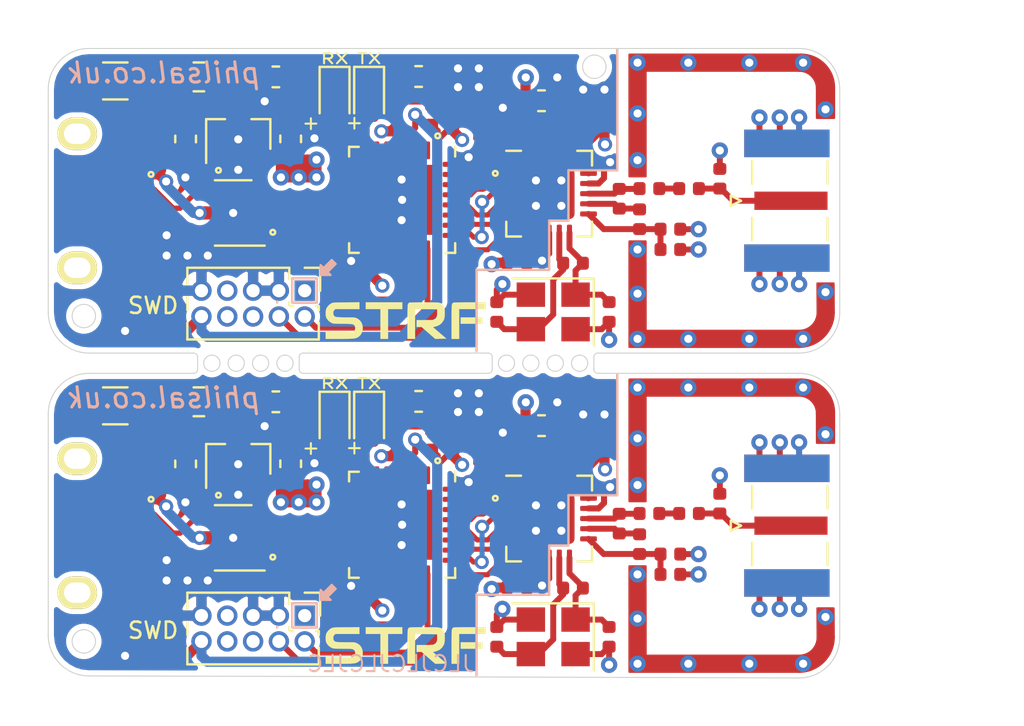
<source format=kicad_pcb>
(kicad_pcb (version 20171130) (host pcbnew "(5.1.5)-3")
  (layers (0 F.Cu signal) (1 In1.Cu signal) (2 In2.Cu signal) (31 B.Cu signal) (34 B.Paste user) (35 F.Paste user) (36 B.SilkS user) (37 F.SilkS user) (38 B.Mask user) (39 F.Mask user) (44 Edge.Cuts user))
  (net 0 "")
  (net 1 "Net-(C1-Pad1)")
  (net 2 GND)
  (net 3 +3V3)
  (net 4 NRST)
  (net 5 "Net-(C12-Pad1)")
  (net 6 NRF_XC1)
  (net 7 NRF_XC2)
  (net 8 "Net-(C15-Pad1)")
  (net 9 "Net-(C15-Pad2)")
  (net 10 NRF_VDD_PA)
  (net 11 "Net-(D1-Pad1)")
  (net 12 "Net-(D1-Pad2)")
  (net 13 "Net-(D2-Pad2)")
  (net 14 "Net-(D2-Pad1)")
  (net 15 +5V)
  (net 16 "Net-(J1-Pad4)")
  (net 17 SWDIO)
  (net 18 SWCLK)
  (net 19 NRF_ANT2)
  (net 20 NRF_ANT1)
  (net 21 NRF_IRQ)
  (net 22 SPI3_SCK)
  (net 23 SPI3_MISO)
  (net 24 SPI3_MOSI)
  (net 25 SPI3_!CS)
  (net 26 NRF_CE)
  (net 27 "Net-(U3-Pad2)")
  (net 28 "Net-(U3-Pad3)")
  (net 29 "Net-(U3-Pad10)")
  (net 30 "Net-(U3-Pad11)")
  (net 31 "Net-(U3-Pad12)")
  (net 32 "Net-(U3-Pad13)")
  (net 33 "Net-(U3-Pad14)")
  (net 34 "Net-(U3-Pad15)")
  (net 35 "Net-(U3-Pad18)")
  (net 36 "Net-(U3-Pad19)")
  (net 37 "Net-(U3-Pad20)")
  (net 38 USB_CONN_D-)
  (net 39 USB_CONN_D+)
  (net 40 USB_D-)
  (net 41 USB_D+)
  (net 42 "Net-(U3-Pad6)")
  (net 43 "Net-(U3-Pad7)")
  (net 44 "Net-(F1-Pad1)")
  (net 45 "Net-(R1-Pad1)")
  (net 46 "Net-(J3-Pad8)")
  (net 47 "Net-(J3-Pad7)")
  (net 48 "Net-(J3-Pad6)")
  (net 49 "Net-(R4-Pad1)")
  (module STRF-Silk:STRF-Logo (layer F.Cu) (at 38.83 56.4)
    (fp_text reference G*** hide)
    (fp_text value LOGO hide)
  )
  (module Inductor_SMD:L_0402_1005Metric (layer F.Cu) (at 50.35 51.41 90)
    (fp_text reference L3)
    (fp_text value 2n7)
    (pad 2 smd roundrect (at 0.485 0 90) (size 0.59 0.64) (layers F.Cu F.Paste F.Mask) (net 20 NRF_ANT1))
    (pad 1 smd roundrect (at -0.485 0 90) (size 0.59 0.64) (layers F.Cu F.Paste F.Mask) (net 10 NRF_VDD_PA))
  )
  (module Resistor_SMD:R_0603_1608Metric (layer F.Cu) (at 32.45 44.4 180)
    (fp_text reference R2)
    (fp_text value 2k2)
    (pad 2 smd roundrect (at 0.7875 0 180) (size 0.875 0.95) (layers F.Cu F.Paste F.Mask) (net 2 GND))
    (pad 1 smd roundrect (at -0.7875 0 180) (size 0.875 0.95) (layers F.Cu F.Paste F.Mask) (net 11 "Net-(D1-Pad1)"))
  )
  (module Package_TO_SOT_SMD:SOT-23 (layer F.Cu) (at 30.6 47.24 90)
    (fp_text reference U1)
    (fp_text value XC6206P332MR)
    (pad 3 smd rect (at 1 0 90) (size 0.9 0.8) (layers F.Cu F.Paste F.Mask) (net 1 "Net-(C1-Pad1)"))
    (pad 2 smd rect (at -1 0.95 90) (size 0.9 0.8) (layers F.Cu F.Paste F.Mask) (net 3 +3V3))
    (pad 1 smd rect (at -1 -0.95 90) (size 0.9 0.8) (layers F.Cu F.Paste F.Mask) (net 2 GND))
  )
  (module Package_DFN_QFN:QFN-32-1EP_5x5mm_P0.5mm_EP3.45x3.45mm (layer F.Cu) (at 38.665 50.455 270)
    (fp_text reference U3)
    (fp_text value STM32L432KBU6)
    (pad 32 smd roundrect (at -1.75 -2.4375 270) (size 0.25 0.875) (layers F.Cu F.Paste F.Mask) (net 2 GND))
    (pad 31 smd roundrect (at -1.25 -2.4375 270) (size 0.25 0.875) (layers F.Cu F.Paste F.Mask) (net 45 "Net-(R1-Pad1)"))
    (pad 30 smd roundrect (at -0.75 -2.4375 270) (size 0.25 0.875) (layers F.Cu F.Paste F.Mask) (net 26 NRF_CE))
    (pad 29 smd roundrect (at -0.25 -2.4375 270) (size 0.25 0.875) (layers F.Cu F.Paste F.Mask) (net 25 SPI3_!CS))
    (pad 28 smd roundrect (at 0.25 -2.4375 270) (size 0.25 0.875) (layers F.Cu F.Paste F.Mask) (net 24 SPI3_MOSI))
    (pad 27 smd roundrect (at 0.75 -2.4375 270) (size 0.25 0.875) (layers F.Cu F.Paste F.Mask) (net 23 SPI3_MISO))
    (pad 26 smd roundrect (at 1.25 -2.4375 270) (size 0.25 0.875) (layers F.Cu F.Paste F.Mask) (net 22 SPI3_SCK))
    (pad 25 smd roundrect (at 1.75 -2.4375 270) (size 0.25 0.875) (layers F.Cu F.Paste F.Mask) (net 21 NRF_IRQ))
    (pad 24 smd roundrect (at 2.4375 -1.75 270) (size 0.875 0.25) (layers F.Cu F.Paste F.Mask) (net 18 SWCLK))
    (pad 23 smd roundrect (at 2.4375 -1.25 270) (size 0.875 0.25) (layers F.Cu F.Paste F.Mask) (net 17 SWDIO))
    (pad 22 smd roundrect (at 2.4375 -0.75 270) (size 0.875 0.25) (layers F.Cu F.Paste F.Mask) (net 41 USB_D+))
    (pad 21 smd roundrect (at 2.4375 -0.25 270) (size 0.875 0.25) (layers F.Cu F.Paste F.Mask) (net 40 USB_D-))
    (pad 20 smd roundrect (at 2.4375 0.25 270) (size 0.875 0.25) (layers F.Cu F.Paste F.Mask) (net 37 "Net-(U3-Pad20)"))
    (pad 19 smd roundrect (at 2.4375 0.75 270) (size 0.875 0.25) (layers F.Cu F.Paste F.Mask) (net 36 "Net-(U3-Pad19)"))
    (pad 18 smd roundrect (at 2.4375 1.25 270) (size 0.875 0.25) (layers F.Cu F.Paste F.Mask) (net 35 "Net-(U3-Pad18)"))
    (pad 17 smd roundrect (at 2.4375 1.75 270) (size 0.875 0.25) (layers F.Cu F.Paste F.Mask) (net 3 +3V3))
    (pad 16 smd roundrect (at 1.75 2.4375 270) (size 0.25 0.875) (layers F.Cu F.Paste F.Mask) (net 2 GND))
    (pad 15 smd roundrect (at 1.25 2.4375 270) (size 0.25 0.875) (layers F.Cu F.Paste F.Mask) (net 34 "Net-(U3-Pad15)"))
    (pad 14 smd roundrect (at 0.75 2.4375 270) (size 0.25 0.875) (layers F.Cu F.Paste F.Mask) (net 33 "Net-(U3-Pad14)"))
    (pad 13 smd roundrect (at 0.25 2.4375 270) (size 0.25 0.875) (layers F.Cu F.Paste F.Mask) (net 32 "Net-(U3-Pad13)"))
    (pad 12 smd roundrect (at -0.25 2.4375 270) (size 0.25 0.875) (layers F.Cu F.Paste F.Mask) (net 31 "Net-(U3-Pad12)"))
    (pad 11 smd roundrect (at -0.75 2.4375 270) (size 0.25 0.875) (layers F.Cu F.Paste F.Mask) (net 30 "Net-(U3-Pad11)"))
    (pad 10 smd roundrect (at -1.25 2.4375 270) (size 0.25 0.875) (layers F.Cu F.Paste F.Mask) (net 29 "Net-(U3-Pad10)"))
    (pad 9 smd roundrect (at -1.75 2.4375 270) (size 0.25 0.875) (layers F.Cu F.Paste F.Mask) (net 12 "Net-(D1-Pad2)"))
    (pad 8 smd roundrect (at -2.4375 1.75 270) (size 0.875 0.25) (layers F.Cu F.Paste F.Mask) (net 13 "Net-(D2-Pad2)"))
    (pad 7 smd roundrect (at -2.4375 1.25 270) (size 0.875 0.25) (layers F.Cu F.Paste F.Mask) (net 43 "Net-(U3-Pad7)"))
    (pad 6 smd roundrect (at -2.4375 0.75 270) (size 0.875 0.25) (layers F.Cu F.Paste F.Mask) (net 42 "Net-(U3-Pad6)"))
    (pad 5 smd roundrect (at -2.4375 0.25 270) (size 0.875 0.25) (layers F.Cu F.Paste F.Mask) (net 3 +3V3))
    (pad 4 smd roundrect (at -2.4375 -0.25 270) (size 0.875 0.25) (layers F.Cu F.Paste F.Mask) (net 4 NRST))
    (pad 3 smd roundrect (at -2.4375 -0.75 270) (size 0.875 0.25) (layers F.Cu F.Paste F.Mask) (net 28 "Net-(U3-Pad3)"))
    (pad 2 smd roundrect (at -2.4375 -1.25 270) (size 0.875 0.25) (layers F.Cu F.Paste F.Mask) (net 27 "Net-(U3-Pad2)"))
    (pad 1 smd roundrect (at -2.4375 -1.75 270) (size 0.875 0.25) (layers F.Cu F.Paste F.Mask) (net 3 +3V3))
    (pad 33 smd roundrect (at 0 0 270) (size 3.45 3.45) (layers F.Cu F.Mask) (roundrect_rratio 0.072464) (net 2 GND))
  )
  (module Resistor_SMD:R_0402_1005Metric (layer F.Cu) (at 47.075 53.575)
    (fp_text reference R5)
    (fp_text value 1M)
    (pad 2 smd roundrect (at 0.485 0) (size 0.59 0.64) (layers F.Cu F.Paste F.Mask) (net 6 NRF_XC1))
    (pad 1 smd roundrect (at -0.485 0) (size 0.59 0.64) (layers F.Cu F.Paste F.Mask) (net 7 NRF_XC2))
  )
  (module Resistor_SMD:R_0402_1005Metric (layer F.Cu) (at 47.575 46.41 90)
    (fp_text reference R4)
    (fp_text value 22k)
    (pad 1 smd roundrect (at -0.485 0 90) (size 0.59 0.64) (layers F.Cu F.Paste F.Mask) (net 49 "Net-(R4-Pad1)"))
    (pad 2 smd roundrect (at 0.485 0 90) (size 0.59 0.64) (layers F.Cu F.Paste F.Mask) (net 2 GND))
  )
  (module Crystal:Crystal_SMD_3225-4Pin_3.2x2.5mm (layer F.Cu) (at 46.1 55.975 180)
    (fp_text reference Y1)
    (fp_text value 16MHz)
    (pad 4 smd rect (at -1.1 -0.85 180) (size 1.4 1.2) (layers F.Cu F.Paste F.Mask) (net 2 GND))
    (pad 3 smd rect (at 1.1 -0.85 180) (size 1.4 1.2) (layers F.Cu F.Paste F.Mask) (net 7 NRF_XC2))
    (pad 2 smd rect (at 1.1 0.85 180) (size 1.4 1.2) (layers F.Cu F.Paste F.Mask) (net 2 GND))
    (pad 1 smd rect (at -1.1 0.85 180) (size 1.4 1.2) (layers F.Cu F.Paste F.Mask) (net 6 NRF_XC1))
  )
  (module Resistor_SMD:R_0603_1608Metric (layer F.Cu) (at 39.4775 44.38)
    (fp_text reference R3)
    (fp_text value 2k2)
    (pad 1 smd roundrect (at -0.7875 0) (size 0.875 0.95) (layers F.Cu F.Paste F.Mask) (net 14 "Net-(D2-Pad1)"))
    (pad 2 smd roundrect (at 0.7875 0) (size 0.875 0.95) (layers F.Cu F.Paste F.Mask) (net 2 GND))
  )
  (module Package_DFN_QFN:QFN-20-1EP_4x4mm_P0.5mm_EP2.5x2.5mm (layer F.Cu) (at 45.9 50.15)
    (fp_text reference U4)
    (fp_text value nRF24L01P)
    (pad 20 smd roundrect (at -1 -1.9375) (size 0.25 0.825) (layers F.Cu F.Paste F.Mask) (net 2 GND))
    (pad 19 smd roundrect (at -0.5 -1.9375) (size 0.25 0.825) (layers F.Cu F.Paste F.Mask) (net 5 "Net-(C12-Pad1)"))
    (pad 18 smd roundrect (at 0 -1.9375) (size 0.25 0.825) (layers F.Cu F.Paste F.Mask) (net 3 +3V3))
    (pad 17 smd roundrect (at 0.5 -1.9375) (size 0.25 0.825) (layers F.Cu F.Paste F.Mask) (net 2 GND))
    (pad 16 smd roundrect (at 1 -1.9375) (size 0.25 0.825) (layers F.Cu F.Paste F.Mask) (net 49 "Net-(R4-Pad1)"))
    (pad 15 smd roundrect (at 1.9375 -1) (size 0.825 0.25) (layers F.Cu F.Paste F.Mask) (net 3 +3V3))
    (pad 14 smd roundrect (at 1.9375 -0.5) (size 0.825 0.25) (layers F.Cu F.Paste F.Mask) (net 2 GND))
    (pad 13 smd roundrect (at 1.9375 0) (size 0.825 0.25) (layers F.Cu F.Paste F.Mask) (net 19 NRF_ANT2))
    (pad 12 smd roundrect (at 1.9375 0.5) (size 0.825 0.25) (layers F.Cu F.Paste F.Mask) (net 20 NRF_ANT1))
    (pad 11 smd roundrect (at 1.9375 1) (size 0.825 0.25) (layers F.Cu F.Paste F.Mask) (net 10 NRF_VDD_PA))
    (pad 10 smd roundrect (at 1 1.9375) (size 0.25 0.825) (layers F.Cu F.Paste F.Mask) (net 6 NRF_XC1))
    (pad 9 smd roundrect (at 0.5 1.9375) (size 0.25 0.825) (layers F.Cu F.Paste F.Mask) (net 7 NRF_XC2))
    (pad 8 smd roundrect (at 0 1.9375) (size 0.25 0.825) (layers F.Cu F.Paste F.Mask) (net 2 GND))
    (pad 7 smd roundrect (at -0.5 1.9375) (size 0.25 0.825) (layers F.Cu F.Paste F.Mask) (net 3 +3V3))
    (pad 6 smd roundrect (at -1 1.9375) (size 0.25 0.825) (layers F.Cu F.Paste F.Mask) (net 21 NRF_IRQ))
    (pad 5 smd roundrect (at -1.9375 1) (size 0.825 0.25) (layers F.Cu F.Paste F.Mask) (net 23 SPI3_MISO))
    (pad 4 smd roundrect (at -1.9375 0.5) (size 0.825 0.25) (layers F.Cu F.Paste F.Mask) (net 24 SPI3_MOSI))
    (pad 3 smd roundrect (at -1.9375 0) (size 0.825 0.25) (layers F.Cu F.Paste F.Mask) (net 22 SPI3_SCK))
    (pad 2 smd roundrect (at -1.9375 -0.5) (size 0.825 0.25) (layers F.Cu F.Paste F.Mask) (net 25 SPI3_!CS))
    (pad 1 smd roundrect (at -1.9375 -1) (size 0.825 0.25) (layers F.Cu F.Paste F.Mask) (net 26 NRF_CE))
    (pad 21 smd roundrect (at 0 0) (size 2.5 2.5) (layers F.Cu F.Mask) (roundrect_rratio 0.1) (net 2 GND))
  )
  (module Inductor_SMD:L_0805_2012Metric (layer F.Cu) (at 28.6625 44.4 180)
    (fp_text reference FB1)
    (fp_text value "100 @ 100MHz")
    (pad 2 smd roundrect (at 0.9375 0 180) (size 0.975 1.4) (layers F.Cu F.Paste F.Mask) (net 44 "Net-(F1-Pad1)"))
    (pad 1 smd roundrect (at -0.9375 0 180) (size 0.975 1.4) (layers F.Cu F.Paste F.Mask) (net 1 "Net-(C1-Pad1)"))
  )
  (module Capacitor_SMD:C_0402_1005Metric (layer F.Cu) (at 48.85 55.975 270)
    (fp_text reference C13)
    (fp_text value 12p)
    (pad 1 smd roundrect (at -0.485 0 270) (size 0.59 0.64) (layers F.Cu F.Paste F.Mask) (net 6 NRF_XC1))
    (pad 2 smd roundrect (at 0.485 0 270) (size 0.59 0.64) (layers F.Cu F.Paste F.Mask) (net 2 GND))
  )
  (module LED_SMD:LED_0603_1608Metric (layer F.Cu) (at 35.34 45.3925 270)
    (fp_text reference D1)
    (fp_text value GR)
    (pad 2 smd roundrect (at 0.7875 0 270) (size 0.875 0.95) (layers F.Cu F.Paste F.Mask) (net 12 "Net-(D1-Pad2)"))
    (pad 1 smd roundrect (at -0.7875 0 270) (size 0.875 0.95) (layers F.Cu F.Paste F.Mask) (net 11 "Net-(D1-Pad1)"))
  )
  (module Capacitor_SMD:C_0402_1005Metric (layer F.Cu) (at 43.325 55.975 90)
    (fp_text reference C14)
    (fp_text value 12p)
    (pad 2 smd roundrect (at 0.485 0 90) (size 0.59 0.64) (layers F.Cu F.Paste F.Mask) (net 2 GND))
    (pad 1 smd roundrect (at -0.485 0 90) (size 0.59 0.64) (layers F.Cu F.Paste F.Mask) (net 7 NRF_XC2))
  )
  (module Capacitor_SMD:C_0402_1005Metric (layer F.Cu) (at 44.315 53.55)
    (fp_text reference C9)
    (fp_text value 10n)
    (pad 1 smd roundrect (at -0.485 0) (size 0.59 0.64) (layers F.Cu F.Paste F.Mask) (net 3 +3V3))
    (pad 2 smd roundrect (at 0.485 0) (size 0.59 0.64) (layers F.Cu F.Paste F.Mask) (net 2 GND))
  )
  (module Inductor_SMD:L_0402_1005Metric (layer F.Cu) (at 50.835 49.9)
    (fp_text reference L1)
    (fp_text value 3n9)
    (pad 1 smd roundrect (at -0.485 0) (size 0.59 0.64) (layers F.Cu F.Paste F.Mask) (net 19 NRF_ANT2))
    (pad 2 smd roundrect (at 0.485 0) (size 0.59 0.64) (layers F.Cu F.Paste F.Mask) (net 9 "Net-(C15-Pad2)"))
  )
  (module Capacitor_SMD:C_0402_1005Metric (layer F.Cu) (at 51.865 51.9 180)
    (fp_text reference C18)
    (fp_text value 4p7)
    (pad 2 smd roundrect (at 0.485 0 180) (size 0.59 0.64) (layers F.Cu F.Paste F.Mask) (net 10 NRF_VDD_PA))
    (pad 1 smd roundrect (at -0.485 0 180) (size 0.59 0.64) (layers F.Cu F.Paste F.Mask) (net 2 GND))
  )
  (module Capacitor_SMD:C_0402_1005Metric (layer F.Cu) (at 38.44 46.27 90)
    (fp_text reference C7)
    (fp_text value 100n)
    (pad 1 smd roundrect (at -0.485 0 90) (size 0.59 0.64) (layers F.Cu F.Paste F.Mask) (net 3 +3V3))
    (pad 2 smd roundrect (at 0.485 0 90) (size 0.59 0.64) (layers F.Cu F.Paste F.Mask) (net 2 GND))
  )
  (module Capacitor_SMD:C_0402_1005Metric (layer F.Cu) (at 36.64 54.13 180)
    (fp_text reference C6)
    (fp_text value 100n)
    (pad 2 smd roundrect (at 0.485 0 180) (size 0.59 0.64) (layers F.Cu F.Paste F.Mask) (net 2 GND))
    (pad 1 smd roundrect (at -0.485 0 180) (size 0.59 0.64) (layers F.Cu F.Paste F.Mask) (net 3 +3V3))
  )
  (module Capacitor_SMD:C_0402_1005Metric (layer F.Cu) (at 44.115 46.875 180)
    (fp_text reference C12)
    (fp_text value 33n)
    (pad 2 smd roundrect (at 0.485 0 180) (size 0.59 0.64) (layers F.Cu F.Paste F.Mask) (net 2 GND))
    (pad 1 smd roundrect (at -0.485 0 180) (size 0.59 0.64) (layers F.Cu F.Paste F.Mask) (net 5 "Net-(C12-Pad1)"))
  )
  (module LED_SMD:LED_0603_1608Metric (layer F.Cu) (at 37.04 45.3925 270)
    (fp_text reference D2)
    (fp_text value YE)
    (pad 1 smd roundrect (at -0.7875 0 270) (size 0.875 0.95) (layers F.Cu F.Paste F.Mask) (net 14 "Net-(D2-Pad1)"))
    (pad 2 smd roundrect (at 0.7875 0 270) (size 0.875 0.95) (layers F.Cu F.Paste F.Mask) (net 13 "Net-(D2-Pad2)"))
  )
  (module Inductor_SMD:L_0402_1005Metric (layer F.Cu) (at 49.35 50.4 270)
    (fp_text reference L2)
    (fp_text value 8n2)
    (pad 2 smd roundrect (at 0.485 0 270) (size 0.59 0.64) (layers F.Cu F.Paste F.Mask) (net 20 NRF_ANT1))
    (pad 1 smd roundrect (at -0.485 0 270) (size 0.59 0.64) (layers F.Cu F.Paste F.Mask) (net 19 NRF_ANT2))
  )
  (module Capacitor_SMD:C_0402_1005Metric (layer F.Cu) (at 52.785 49.9 180)
    (fp_text reference C15)
    (fp_text value 1p5)
    (pad 2 smd roundrect (at 0.485 0 180) (size 0.59 0.64) (layers F.Cu F.Paste F.Mask) (net 9 "Net-(C15-Pad2)"))
    (pad 1 smd roundrect (at -0.485 0 180) (size 0.59 0.64) (layers F.Cu F.Paste F.Mask) (net 8 "Net-(C15-Pad1)"))
  )
  (module Capacitor_SMD:C_0603_1608Metric (layer F.Cu) (at 45.525 45.575)
    (fp_text reference C8)
    (fp_text value 10u)
    (pad 1 smd roundrect (at -0.7875 0) (size 0.875 0.95) (layers F.Cu F.Paste F.Mask) (net 3 +3V3))
    (pad 2 smd roundrect (at 0.7875 0) (size 0.875 0.95) (layers F.Cu F.Paste F.Mask) (net 2 GND))
  )
  (module Capacitor_SMD:C_0402_1005Metric (layer F.Cu) (at 51.865 52.9 180)
    (fp_text reference C17)
    (fp_text value 2n2)
    (pad 1 smd roundrect (at -0.485 0 180) (size 0.59 0.64) (layers F.Cu F.Paste F.Mask) (net 2 GND))
    (pad 2 smd roundrect (at 0.485 0 180) (size 0.59 0.64) (layers F.Cu F.Paste F.Mask) (net 10 NRF_VDD_PA))
  )
  (module Capacitor_SMD:C_0402_1005Metric (layer F.Cu) (at 54.3 49.415 270)
    (fp_text reference C16)
    (fp_text value 1p)
    (pad 1 smd roundrect (at -0.485 0 270) (size 0.59 0.64) (layers F.Cu F.Paste F.Mask) (net 2 GND))
    (pad 2 smd roundrect (at 0.485 0 270) (size 0.59 0.64) (layers F.Cu F.Paste F.Mask) (net 8 "Net-(C15-Pad1)"))
  )
  (module Capacitor_SMD:C_0402_1005Metric (layer F.Cu) (at 46.075 46.875)
    (fp_text reference C11)
    (fp_text value 10n)
    (pad 1 smd roundrect (at -0.485 0) (size 0.59 0.64) (layers F.Cu F.Paste F.Mask) (net 3 +3V3))
    (pad 2 smd roundrect (at 0.485 0) (size 0.59 0.64) (layers F.Cu F.Paste F.Mask) (net 2 GND))
  )
  (module Capacitor_SMD:C_0402_1005Metric (layer F.Cu) (at 48.625 46.415 90)
    (fp_text reference C10)
    (fp_text value 10n)
    (pad 2 smd roundrect (at 0.485 0 90) (size 0.59 0.64) (layers F.Cu F.Paste F.Mask) (net 2 GND))
    (pad 1 smd roundrect (at -0.485 0 90) (size 0.59 0.64) (layers F.Cu F.Paste F.Mask) (net 3 +3V3))
  )
  (module Package_TO_SOT_SMD:SOT-23-6 (layer F.Cu) (at 30.35 51.1 180)
    (fp_text reference U2)
    (fp_text value USBLC6-2SC6)
    (pad 1 smd rect (at -1.1 -0.95 180) (size 1.06 0.65) (layers F.Cu F.Paste F.Mask) (net 41 USB_D+))
    (pad 2 smd rect (at -1.1 0 180) (size 1.06 0.65) (layers F.Cu F.Paste F.Mask) (net 2 GND))
    (pad 3 smd rect (at -1.1 0.95 180) (size 1.06 0.65) (layers F.Cu F.Paste F.Mask) (net 40 USB_D-))
    (pad 4 smd rect (at 1.1 0.95 180) (size 1.06 0.65) (layers F.Cu F.Paste F.Mask) (net 38 USB_CONN_D-))
    (pad 6 smd rect (at 1.1 -0.95 180) (size 1.06 0.65) (layers F.Cu F.Paste F.Mask) (net 39 USB_CONN_D+))
    (pad 5 smd rect (at 1.1 0 180) (size 1.06 0.65) (layers F.Cu F.Paste F.Mask) (net 15 +5V))
  )
  (module Connector_PinHeader_1.27mm:PinHeader_2x05_P1.27mm_Vertical (layer F.Cu) (at 33.87 54.93 270)
    (fp_text reference J3)
    (fp_text value "ARM 10pin")
    (pad 1 thru_hole rect (at 0 0 270) (size 1 1) (drill 0.65) (layers *.Cu *.Mask) (net 3 +3V3))
    (pad 2 thru_hole oval (at 1.27 0 270) (size 1 1) (drill 0.65) (layers *.Cu *.Mask) (net 17 SWDIO))
    (pad 3 thru_hole oval (at 0 1.27 270) (size 1 1) (drill 0.65) (layers *.Cu *.Mask) (net 2 GND))
    (pad 4 thru_hole oval (at 1.27 1.27 270) (size 1 1) (drill 0.65) (layers *.Cu *.Mask) (net 18 SWCLK))
    (pad 5 thru_hole oval (at 0 2.54 270) (size 1 1) (drill 0.65) (layers *.Cu *.Mask) (net 2 GND))
    (pad 6 thru_hole oval (at 1.27 2.54 270) (size 1 1) (drill 0.65) (layers *.Cu *.Mask) (net 48 "Net-(J3-Pad6)"))
    (pad 7 thru_hole oval (at 0 3.81 270) (size 1 1) (drill 0.65) (layers *.Cu *.Mask) (net 47 "Net-(J3-Pad7)"))
    (pad 8 thru_hole oval (at 1.27 3.81 270) (size 1 1) (drill 0.65) (layers *.Cu *.Mask) (net 46 "Net-(J3-Pad8)"))
    (pad 9 thru_hole oval (at 0 5.08 270) (size 1 1) (drill 0.65) (layers *.Cu *.Mask) (net 2 GND))
    (pad 10 thru_hole oval (at 1.27 5.08 270) (size 1 1) (drill 0.65) (layers *.Cu *.Mask) (net 4 NRST))
  )
  (module Capacitor_SMD:C_0402_1005Metric (layer F.Cu) (at 41.165 46.27 90)
    (fp_text reference C4)
    (fp_text value 1u)
    (pad 2 smd roundrect (at 0.485 0 90) (size 0.59 0.64) (layers F.Cu F.Paste F.Mask) (net 2 GND))
    (pad 1 smd roundrect (at -0.485 0 90) (size 0.59 0.64) (layers F.Cu F.Paste F.Mask) (net 3 +3V3))
  )
  (module Capacitor_SMD:C_0603_1608Metric (layer F.Cu) (at 33.18 47.4525 90)
    (fp_text reference C2)
    (fp_text value 10u)
    (pad 2 smd roundrect (at 0.7875 0 90) (size 0.875 0.95) (layers F.Cu F.Paste F.Mask) (net 2 GND))
    (pad 1 smd roundrect (at -0.7875 0 90) (size 0.875 0.95) (layers F.Cu F.Paste F.Mask) (net 3 +3V3))
  )
  (module Fuse:Fuse_1206_3216Metric (layer F.Cu) (at 24.55 44.6 180)
    (fp_text reference F1)
    (fp_text value 100mA)
    (pad 1 smd roundrect (at -1.4 0 180) (size 1.25 1.75) (layers F.Cu F.Paste F.Mask) (roundrect_rratio 0.2) (net 44 "Net-(F1-Pad1)"))
    (pad 2 smd roundrect (at 1.4 0 180) (size 1.25 1.75) (layers F.Cu F.Paste F.Mask) (roundrect_rratio 0.2) (net 15 +5V))
  )
  (module 10118193-0001LF:101181930001LF (layer F.Cu) (at 22.75 50.5 270)
    (fp_text reference J1)
    (fp_text value USB_B_Micro hide)
    (pad 1 smd rect (at -1.3 -2.6 270) (size 0.4 1.35) (layers F.Cu F.Paste F.Mask) (net 15 +5V))
    (pad 2 smd rect (at -0.65 -2.6 270) (size 0.4 1.35) (layers F.Cu F.Paste F.Mask) (net 38 USB_CONN_D-))
    (pad 3 smd rect (at 0 -2.6 270) (size 0.4 1.35) (layers F.Cu F.Paste F.Mask) (net 39 USB_CONN_D+))
    (pad 4 smd rect (at 0.65 -2.6 270) (size 0.4 1.35) (layers F.Cu F.Paste F.Mask) (net 16 "Net-(J1-Pad4)"))
    (pad 5 smd rect (at 1.3 -2.6 270) (size 0.4 1.35) (layers F.Cu F.Paste F.Mask) (net 2 GND))
    (pad MH1 thru_hole oval (at -3.3 0.075) (size 1.95 1.6) (drill oval 1.3 1) (layers *.Cu *.Mask F.SilkS))
    (pad MH2 thru_hole oval (at 3.3 0.075) (size 1.95 1.6) (drill oval 1.3 1) (layers *.Cu *.Mask F.SilkS))
    (pad MP1 smd rect (at -3.2 -2.375) (size 1.4 1.6) (layers F.Cu F.Paste F.Mask))
    (pad MP2 smd rect (at -1.2 0.075) (size 1.6 1.9) (layers F.Cu F.Paste F.Mask))
    (pad MP3 smd rect (at 1.2 0.075) (size 1.6 1.9) (layers F.Cu F.Paste F.Mask))
    (pad MP4 smd rect (at 3.2 -2.375) (size 1.4 1.6) (layers F.Cu F.Paste F.Mask))
  )
  (module Capacitor_SMD:C_0402_1005Metric (layer F.Cu) (at 26.435 56.91 180)
    (fp_text reference C3)
    (fp_text value 100n)
    (pad 1 smd roundrect (at -0.485 0 180) (size 0.59 0.64) (layers F.Cu F.Paste F.Mask) (net 4 NRST))
    (pad 2 smd roundrect (at 0.485 0 180) (size 0.59 0.64) (layers F.Cu F.Paste F.Mask) (net 2 GND))
  )
  (module Connector_Coaxial:SMA_Samtec_SMA-J-P-X-ST-EM1_EdgeMount (layer F.Cu) (at 57.6 50.5 90)
    (fp_text reference J2)
    (fp_text value SMA)
    (pad 1 smd rect (at 0 0.2 90) (size 0.9 3.6) (layers F.Cu F.Paste F.Mask) (net 8 "Net-(C15-Pad1)"))
    (pad 2 smd rect (at 2.825 0 90) (size 1.35 4.2) (layers F.Cu F.Paste F.Mask) (net 2 GND))
    (pad 2 smd rect (at -2.825 0 90) (size 1.35 4.2) (layers F.Cu F.Paste F.Mask) (net 2 GND))
    (pad 2 smd rect (at 2.825 0 90) (size 1.35 4.2) (layers B.Cu B.Paste B.Mask) (net 2 GND))
    (pad 2 smd rect (at -2.825 0 90) (size 1.35 4.2) (layers B.Cu B.Paste B.Mask) (net 2 GND))
  )
  (module Capacitor_SMD:C_0603_1608Metric (layer F.Cu) (at 28.01 47.4575 270)
    (fp_text reference C1)
    (fp_text value 10u)
    (pad 2 smd roundrect (at 0.7875 0 270) (size 0.875 0.95) (layers F.Cu F.Paste F.Mask) (net 2 GND))
    (pad 1 smd roundrect (at -0.7875 0 270) (size 0.875 0.95) (layers F.Cu F.Paste F.Mask) (net 1 "Net-(C1-Pad1)"))
  )
  (module Resistor_SMD:R_0402_1005Metric (layer F.Cu) (at 42.215 46.265 90)
    (fp_text reference R1)
    (fp_text value 2k2)
    (pad 1 smd roundrect (at -0.485 0 90) (size 0.59 0.64) (layers F.Cu F.Paste F.Mask) (net 45 "Net-(R1-Pad1)"))
    (pad 2 smd roundrect (at 0.485 0 90) (size 0.59 0.64) (layers F.Cu F.Paste F.Mask) (net 2 GND))
  )
  (module Capacitor_SMD:C_0402_1005Metric (layer F.Cu) (at 40.115 46.27 90)
    (fp_text reference C5)
    (fp_text value 100n)
    (pad 2 smd roundrect (at 0.485 0 90) (size 0.59 0.64) (layers F.Cu F.Paste F.Mask) (net 2 GND))
    (pad 1 smd roundrect (at -0.485 0 90) (size 0.59 0.64) (layers F.Cu F.Paste F.Mask) (net 3 +3V3))
  )
  (module 10118193-0001LF:101181930001LF (layer F.Cu) (at 22.75 34.5 270)
    (fp_text reference J1)
    (fp_text value USB_B_Micro hide)
    (pad MP4 smd rect (at 3.2 -2.375) (size 1.4 1.6) (layers F.Cu F.Paste F.Mask))
    (pad MP3 smd rect (at 1.2 0.075) (size 1.6 1.9) (layers F.Cu F.Paste F.Mask))
    (pad MP2 smd rect (at -1.2 0.075) (size 1.6 1.9) (layers F.Cu F.Paste F.Mask))
    (pad MP1 smd rect (at -3.2 -2.375) (size 1.4 1.6) (layers F.Cu F.Paste F.Mask))
    (pad MH2 thru_hole oval (at 3.3 0.075) (size 1.95 1.6) (drill oval 1.3 1) (layers *.Cu *.Mask F.SilkS))
    (pad MH1 thru_hole oval (at -3.3 0.075) (size 1.95 1.6) (drill oval 1.3 1) (layers *.Cu *.Mask F.SilkS))
    (pad 5 smd rect (at 1.3 -2.6 270) (size 0.4 1.35) (layers F.Cu F.Paste F.Mask) (net 2 GND))
    (pad 4 smd rect (at 0.65 -2.6 270) (size 0.4 1.35) (layers F.Cu F.Paste F.Mask) (net 16 "Net-(J1-Pad4)"))
    (pad 3 smd rect (at 0 -2.6 270) (size 0.4 1.35) (layers F.Cu F.Paste F.Mask) (net 39 USB_CONN_D+))
    (pad 2 smd rect (at -0.65 -2.6 270) (size 0.4 1.35) (layers F.Cu F.Paste F.Mask) (net 38 USB_CONN_D-))
    (pad 1 smd rect (at -1.3 -2.6 270) (size 0.4 1.35) (layers F.Cu F.Paste F.Mask) (net 15 +5V))
  )
  (module Resistor_SMD:R_0402_1005Metric (layer F.Cu) (at 42.215 30.265 90)
    (fp_text reference R1)
    (fp_text value 2k2)
    (pad 2 smd roundrect (at 0.485 0 90) (size 0.59 0.64) (layers F.Cu F.Paste F.Mask) (net 2 GND))
    (pad 1 smd roundrect (at -0.485 0 90) (size 0.59 0.64) (layers F.Cu F.Paste F.Mask) (net 45 "Net-(R1-Pad1)"))
  )
  (module STRF-Silk:STRF-Logo (layer F.Cu) (at 38.83 40.4)
    (fp_text reference G*** hide)
    (fp_text value LOGO hide)
  )
  (module Fuse:Fuse_1206_3216Metric (layer F.Cu) (at 24.55 28.6 180)
    (fp_text reference F1)
    (fp_text value 100mA)
    (pad 2 smd roundrect (at 1.4 0 180) (size 1.25 1.75) (layers F.Cu F.Paste F.Mask) (roundrect_rratio 0.2) (net 15 +5V))
    (pad 1 smd roundrect (at -1.4 0 180) (size 1.25 1.75) (layers F.Cu F.Paste F.Mask) (roundrect_rratio 0.2) (net 44 "Net-(F1-Pad1)"))
  )
  (module Connector_Coaxial:SMA_Samtec_SMA-J-P-X-ST-EM1_EdgeMount (layer F.Cu) (at 57.6 34.5 90)
    (fp_text reference J2)
    (fp_text value SMA)
    (pad 2 smd rect (at -2.825 0 90) (size 1.35 4.2) (layers B.Cu B.Paste B.Mask) (net 2 GND))
    (pad 2 smd rect (at 2.825 0 90) (size 1.35 4.2) (layers B.Cu B.Paste B.Mask) (net 2 GND))
    (pad 2 smd rect (at -2.825 0 90) (size 1.35 4.2) (layers F.Cu F.Paste F.Mask) (net 2 GND))
    (pad 2 smd rect (at 2.825 0 90) (size 1.35 4.2) (layers F.Cu F.Paste F.Mask) (net 2 GND))
    (pad 1 smd rect (at 0 0.2 90) (size 0.9 3.6) (layers F.Cu F.Paste F.Mask) (net 8 "Net-(C15-Pad1)"))
  )
  (module Connector_PinHeader_1.27mm:PinHeader_2x05_P1.27mm_Vertical (layer F.Cu) (at 33.87 38.93 270)
    (fp_text reference J3)
    (fp_text value "ARM 10pin")
    (pad 10 thru_hole oval (at 1.27 5.08 270) (size 1 1) (drill 0.65) (layers *.Cu *.Mask) (net 4 NRST))
    (pad 9 thru_hole oval (at 0 5.08 270) (size 1 1) (drill 0.65) (layers *.Cu *.Mask) (net 2 GND))
    (pad 8 thru_hole oval (at 1.27 3.81 270) (size 1 1) (drill 0.65) (layers *.Cu *.Mask) (net 46 "Net-(J3-Pad8)"))
    (pad 7 thru_hole oval (at 0 3.81 270) (size 1 1) (drill 0.65) (layers *.Cu *.Mask) (net 47 "Net-(J3-Pad7)"))
    (pad 6 thru_hole oval (at 1.27 2.54 270) (size 1 1) (drill 0.65) (layers *.Cu *.Mask) (net 48 "Net-(J3-Pad6)"))
    (pad 5 thru_hole oval (at 0 2.54 270) (size 1 1) (drill 0.65) (layers *.Cu *.Mask) (net 2 GND))
    (pad 4 thru_hole oval (at 1.27 1.27 270) (size 1 1) (drill 0.65) (layers *.Cu *.Mask) (net 18 SWCLK))
    (pad 3 thru_hole oval (at 0 1.27 270) (size 1 1) (drill 0.65) (layers *.Cu *.Mask) (net 2 GND))
    (pad 2 thru_hole oval (at 1.27 0 270) (size 1 1) (drill 0.65) (layers *.Cu *.Mask) (net 17 SWDIO))
    (pad 1 thru_hole rect (at 0 0 270) (size 1 1) (drill 0.65) (layers *.Cu *.Mask) (net 3 +3V3))
  )
  (module Package_TO_SOT_SMD:SOT-23-6 (layer F.Cu) (at 30.35 35.1 180)
    (fp_text reference U2)
    (fp_text value USBLC6-2SC6)
    (pad 5 smd rect (at 1.1 0 180) (size 1.06 0.65) (layers F.Cu F.Paste F.Mask) (net 15 +5V))
    (pad 6 smd rect (at 1.1 -0.95 180) (size 1.06 0.65) (layers F.Cu F.Paste F.Mask) (net 39 USB_CONN_D+))
    (pad 4 smd rect (at 1.1 0.95 180) (size 1.06 0.65) (layers F.Cu F.Paste F.Mask) (net 38 USB_CONN_D-))
    (pad 3 smd rect (at -1.1 0.95 180) (size 1.06 0.65) (layers F.Cu F.Paste F.Mask) (net 40 USB_D-))
    (pad 2 smd rect (at -1.1 0 180) (size 1.06 0.65) (layers F.Cu F.Paste F.Mask) (net 2 GND))
    (pad 1 smd rect (at -1.1 -0.95 180) (size 1.06 0.65) (layers F.Cu F.Paste F.Mask) (net 41 USB_D+))
  )
  (module Capacitor_SMD:C_0603_1608Metric (layer F.Cu) (at 28.01 31.4575 270)
    (fp_text reference C1)
    (fp_text value 10u)
    (pad 1 smd roundrect (at -0.7875 0 270) (size 0.875 0.95) (layers F.Cu F.Paste F.Mask) (net 1 "Net-(C1-Pad1)"))
    (pad 2 smd roundrect (at 0.7875 0 270) (size 0.875 0.95) (layers F.Cu F.Paste F.Mask) (net 2 GND))
  )
  (module Capacitor_SMD:C_0603_1608Metric (layer F.Cu) (at 33.18 31.4525 90)
    (fp_text reference C2)
    (fp_text value 10u)
    (pad 1 smd roundrect (at -0.7875 0 90) (size 0.875 0.95) (layers F.Cu F.Paste F.Mask) (net 3 +3V3))
    (pad 2 smd roundrect (at 0.7875 0 90) (size 0.875 0.95) (layers F.Cu F.Paste F.Mask) (net 2 GND))
  )
  (module Capacitor_SMD:C_0402_1005Metric (layer F.Cu) (at 26.435 40.91 180)
    (fp_text reference C3)
    (fp_text value 100n)
    (pad 2 smd roundrect (at 0.485 0 180) (size 0.59 0.64) (layers F.Cu F.Paste F.Mask) (net 2 GND))
    (pad 1 smd roundrect (at -0.485 0 180) (size 0.59 0.64) (layers F.Cu F.Paste F.Mask) (net 4 NRST))
  )
  (module Capacitor_SMD:C_0402_1005Metric (layer F.Cu) (at 41.165 30.27 90)
    (fp_text reference C4)
    (fp_text value 1u)
    (pad 1 smd roundrect (at -0.485 0 90) (size 0.59 0.64) (layers F.Cu F.Paste F.Mask) (net 3 +3V3))
    (pad 2 smd roundrect (at 0.485 0 90) (size 0.59 0.64) (layers F.Cu F.Paste F.Mask) (net 2 GND))
  )
  (module Capacitor_SMD:C_0402_1005Metric (layer F.Cu) (at 40.115 30.27 90)
    (fp_text reference C5)
    (fp_text value 100n)
    (pad 1 smd roundrect (at -0.485 0 90) (size 0.59 0.64) (layers F.Cu F.Paste F.Mask) (net 3 +3V3))
    (pad 2 smd roundrect (at 0.485 0 90) (size 0.59 0.64) (layers F.Cu F.Paste F.Mask) (net 2 GND))
  )
  (module Capacitor_SMD:C_0402_1005Metric (layer F.Cu) (at 36.64 38.13 180)
    (fp_text reference C6)
    (fp_text value 100n)
    (pad 1 smd roundrect (at -0.485 0 180) (size 0.59 0.64) (layers F.Cu F.Paste F.Mask) (net 3 +3V3))
    (pad 2 smd roundrect (at 0.485 0 180) (size 0.59 0.64) (layers F.Cu F.Paste F.Mask) (net 2 GND))
  )
  (module Capacitor_SMD:C_0402_1005Metric (layer F.Cu) (at 38.44 30.27 90)
    (fp_text reference C7)
    (fp_text value 100n)
    (pad 2 smd roundrect (at 0.485 0 90) (size 0.59 0.64) (layers F.Cu F.Paste F.Mask) (net 2 GND))
    (pad 1 smd roundrect (at -0.485 0 90) (size 0.59 0.64) (layers F.Cu F.Paste F.Mask) (net 3 +3V3))
  )
  (module Capacitor_SMD:C_0603_1608Metric (layer F.Cu) (at 45.525 29.575)
    (fp_text reference C8)
    (fp_text value 10u)
    (pad 2 smd roundrect (at 0.7875 0) (size 0.875 0.95) (layers F.Cu F.Paste F.Mask) (net 2 GND))
    (pad 1 smd roundrect (at -0.7875 0) (size 0.875 0.95) (layers F.Cu F.Paste F.Mask) (net 3 +3V3))
  )
  (module Capacitor_SMD:C_0402_1005Metric (layer F.Cu) (at 44.315 37.55)
    (fp_text reference C9)
    (fp_text value 10n)
    (pad 2 smd roundrect (at 0.485 0) (size 0.59 0.64) (layers F.Cu F.Paste F.Mask) (net 2 GND))
    (pad 1 smd roundrect (at -0.485 0) (size 0.59 0.64) (layers F.Cu F.Paste F.Mask) (net 3 +3V3))
  )
  (module Capacitor_SMD:C_0402_1005Metric (layer F.Cu) (at 48.625 30.415 90)
    (fp_text reference C10)
    (fp_text value 10n)
    (pad 1 smd roundrect (at -0.485 0 90) (size 0.59 0.64) (layers F.Cu F.Paste F.Mask) (net 3 +3V3))
    (pad 2 smd roundrect (at 0.485 0 90) (size 0.59 0.64) (layers F.Cu F.Paste F.Mask) (net 2 GND))
  )
  (module Capacitor_SMD:C_0402_1005Metric (layer F.Cu) (at 46.075 30.875)
    (fp_text reference C11)
    (fp_text value 10n)
    (pad 2 smd roundrect (at 0.485 0) (size 0.59 0.64) (layers F.Cu F.Paste F.Mask) (net 2 GND))
    (pad 1 smd roundrect (at -0.485 0) (size 0.59 0.64) (layers F.Cu F.Paste F.Mask) (net 3 +3V3))
  )
  (module Capacitor_SMD:C_0402_1005Metric (layer F.Cu) (at 44.115 30.875 180)
    (fp_text reference C12)
    (fp_text value 33n)
    (pad 1 smd roundrect (at -0.485 0 180) (size 0.59 0.64) (layers F.Cu F.Paste F.Mask) (net 5 "Net-(C12-Pad1)"))
    (pad 2 smd roundrect (at 0.485 0 180) (size 0.59 0.64) (layers F.Cu F.Paste F.Mask) (net 2 GND))
  )
  (module Capacitor_SMD:C_0402_1005Metric (layer F.Cu) (at 48.85 39.975 270)
    (fp_text reference C13)
    (fp_text value 12p)
    (pad 2 smd roundrect (at 0.485 0 270) (size 0.59 0.64) (layers F.Cu F.Paste F.Mask) (net 2 GND))
    (pad 1 smd roundrect (at -0.485 0 270) (size 0.59 0.64) (layers F.Cu F.Paste F.Mask) (net 6 NRF_XC1))
  )
  (module Capacitor_SMD:C_0402_1005Metric (layer F.Cu) (at 43.325 39.975 90)
    (fp_text reference C14)
    (fp_text value 12p)
    (pad 1 smd roundrect (at -0.485 0 90) (size 0.59 0.64) (layers F.Cu F.Paste F.Mask) (net 7 NRF_XC2))
    (pad 2 smd roundrect (at 0.485 0 90) (size 0.59 0.64) (layers F.Cu F.Paste F.Mask) (net 2 GND))
  )
  (module Capacitor_SMD:C_0402_1005Metric (layer F.Cu) (at 52.785 33.9 180)
    (fp_text reference C15)
    (fp_text value 1p5)
    (pad 1 smd roundrect (at -0.485 0 180) (size 0.59 0.64) (layers F.Cu F.Paste F.Mask) (net 8 "Net-(C15-Pad1)"))
    (pad 2 smd roundrect (at 0.485 0 180) (size 0.59 0.64) (layers F.Cu F.Paste F.Mask) (net 9 "Net-(C15-Pad2)"))
  )
  (module Capacitor_SMD:C_0402_1005Metric (layer F.Cu) (at 54.3 33.415 270)
    (fp_text reference C16)
    (fp_text value 1p)
    (pad 2 smd roundrect (at 0.485 0 270) (size 0.59 0.64) (layers F.Cu F.Paste F.Mask) (net 8 "Net-(C15-Pad1)"))
    (pad 1 smd roundrect (at -0.485 0 270) (size 0.59 0.64) (layers F.Cu F.Paste F.Mask) (net 2 GND))
  )
  (module Capacitor_SMD:C_0402_1005Metric (layer F.Cu) (at 51.865 36.9 180)
    (fp_text reference C17)
    (fp_text value 2n2)
    (pad 2 smd roundrect (at 0.485 0 180) (size 0.59 0.64) (layers F.Cu F.Paste F.Mask) (net 10 NRF_VDD_PA))
    (pad 1 smd roundrect (at -0.485 0 180) (size 0.59 0.64) (layers F.Cu F.Paste F.Mask) (net 2 GND))
  )
  (module Capacitor_SMD:C_0402_1005Metric (layer F.Cu) (at 51.865 35.9 180)
    (fp_text reference C18)
    (fp_text value 4p7)
    (pad 1 smd roundrect (at -0.485 0 180) (size 0.59 0.64) (layers F.Cu F.Paste F.Mask) (net 2 GND))
    (pad 2 smd roundrect (at 0.485 0 180) (size 0.59 0.64) (layers F.Cu F.Paste F.Mask) (net 10 NRF_VDD_PA))
  )
  (module LED_SMD:LED_0603_1608Metric (layer F.Cu) (at 35.34 29.3925 270)
    (fp_text reference D1)
    (fp_text value GR)
    (pad 1 smd roundrect (at -0.7875 0 270) (size 0.875 0.95) (layers F.Cu F.Paste F.Mask) (net 11 "Net-(D1-Pad1)"))
    (pad 2 smd roundrect (at 0.7875 0 270) (size 0.875 0.95) (layers F.Cu F.Paste F.Mask) (net 12 "Net-(D1-Pad2)"))
  )
  (module LED_SMD:LED_0603_1608Metric (layer F.Cu) (at 37.04 29.3925 270)
    (fp_text reference D2)
    (fp_text value YE)
    (pad 2 smd roundrect (at 0.7875 0 270) (size 0.875 0.95) (layers F.Cu F.Paste F.Mask) (net 13 "Net-(D2-Pad2)"))
    (pad 1 smd roundrect (at -0.7875 0 270) (size 0.875 0.95) (layers F.Cu F.Paste F.Mask) (net 14 "Net-(D2-Pad1)"))
  )
  (module Inductor_SMD:L_0805_2012Metric (layer F.Cu) (at 28.6625 28.4 180)
    (fp_text reference FB1)
    (fp_text value "100 @ 100MHz")
    (pad 1 smd roundrect (at -0.9375 0 180) (size 0.975 1.4) (layers F.Cu F.Paste F.Mask) (net 1 "Net-(C1-Pad1)"))
    (pad 2 smd roundrect (at 0.9375 0 180) (size 0.975 1.4) (layers F.Cu F.Paste F.Mask) (net 44 "Net-(F1-Pad1)"))
  )
  (module Inductor_SMD:L_0402_1005Metric (layer F.Cu) (at 50.835 33.9)
    (fp_text reference L1)
    (fp_text value 3n9)
    (pad 2 smd roundrect (at 0.485 0) (size 0.59 0.64) (layers F.Cu F.Paste F.Mask) (net 9 "Net-(C15-Pad2)"))
    (pad 1 smd roundrect (at -0.485 0) (size 0.59 0.64) (layers F.Cu F.Paste F.Mask) (net 19 NRF_ANT2))
  )
  (module Inductor_SMD:L_0402_1005Metric (layer F.Cu) (at 49.35 34.4 270)
    (fp_text reference L2)
    (fp_text value 8n2)
    (pad 1 smd roundrect (at -0.485 0 270) (size 0.59 0.64) (layers F.Cu F.Paste F.Mask) (net 19 NRF_ANT2))
    (pad 2 smd roundrect (at 0.485 0 270) (size 0.59 0.64) (layers F.Cu F.Paste F.Mask) (net 20 NRF_ANT1))
  )
  (module Inductor_SMD:L_0402_1005Metric (layer F.Cu) (at 50.35 35.41 90)
    (fp_text reference L3)
    (fp_text value 2n7)
    (pad 1 smd roundrect (at -0.485 0 90) (size 0.59 0.64) (layers F.Cu F.Paste F.Mask) (net 10 NRF_VDD_PA))
    (pad 2 smd roundrect (at 0.485 0 90) (size 0.59 0.64) (layers F.Cu F.Paste F.Mask) (net 20 NRF_ANT1))
  )
  (module Resistor_SMD:R_0603_1608Metric (layer F.Cu) (at 32.45 28.4 180)
    (fp_text reference R2)
    (fp_text value 2k2)
    (pad 1 smd roundrect (at -0.7875 0 180) (size 0.875 0.95) (layers F.Cu F.Paste F.Mask) (net 11 "Net-(D1-Pad1)"))
    (pad 2 smd roundrect (at 0.7875 0 180) (size 0.875 0.95) (layers F.Cu F.Paste F.Mask) (net 2 GND))
  )
  (module Resistor_SMD:R_0603_1608Metric (layer F.Cu) (at 39.4775 28.38)
    (fp_text reference R3)
    (fp_text value 2k2)
    (pad 2 smd roundrect (at 0.7875 0) (size 0.875 0.95) (layers F.Cu F.Paste F.Mask) (net 2 GND))
    (pad 1 smd roundrect (at -0.7875 0) (size 0.875 0.95) (layers F.Cu F.Paste F.Mask) (net 14 "Net-(D2-Pad1)"))
  )
  (module Resistor_SMD:R_0402_1005Metric (layer F.Cu) (at 47.575 30.41 90)
    (fp_text reference R4)
    (fp_text value 22k)
    (pad 2 smd roundrect (at 0.485 0 90) (size 0.59 0.64) (layers F.Cu F.Paste F.Mask) (net 2 GND))
    (pad 1 smd roundrect (at -0.485 0 90) (size 0.59 0.64) (layers F.Cu F.Paste F.Mask) (net 49 "Net-(R4-Pad1)"))
  )
  (module Resistor_SMD:R_0402_1005Metric (layer F.Cu) (at 47.075 37.575)
    (fp_text reference R5)
    (fp_text value 1M)
    (pad 1 smd roundrect (at -0.485 0) (size 0.59 0.64) (layers F.Cu F.Paste F.Mask) (net 7 NRF_XC2))
    (pad 2 smd roundrect (at 0.485 0) (size 0.59 0.64) (layers F.Cu F.Paste F.Mask) (net 6 NRF_XC1))
  )
  (module Package_TO_SOT_SMD:SOT-23 (layer F.Cu) (at 30.6 31.24 90)
    (fp_text reference U1)
    (fp_text value XC6206P332MR)
    (pad 1 smd rect (at -1 -0.95 90) (size 0.9 0.8) (layers F.Cu F.Paste F.Mask) (net 2 GND))
    (pad 2 smd rect (at -1 0.95 90) (size 0.9 0.8) (layers F.Cu F.Paste F.Mask) (net 3 +3V3))
    (pad 3 smd rect (at 1 0 90) (size 0.9 0.8) (layers F.Cu F.Paste F.Mask) (net 1 "Net-(C1-Pad1)"))
  )
  (module Package_DFN_QFN:QFN-32-1EP_5x5mm_P0.5mm_EP3.45x3.45mm (layer F.Cu) (at 38.665 34.455 270)
    (fp_text reference U3)
    (fp_text value STM32L432KBU6)
    (pad 33 smd roundrect (at 0 0 270) (size 3.45 3.45) (layers F.Cu F.Mask) (roundrect_rratio 0.072464) (net 2 GND))
    (pad 1 smd roundrect (at -2.4375 -1.75 270) (size 0.875 0.25) (layers F.Cu F.Paste F.Mask) (net 3 +3V3))
    (pad 2 smd roundrect (at -2.4375 -1.25 270) (size 0.875 0.25) (layers F.Cu F.Paste F.Mask) (net 27 "Net-(U3-Pad2)"))
    (pad 3 smd roundrect (at -2.4375 -0.75 270) (size 0.875 0.25) (layers F.Cu F.Paste F.Mask) (net 28 "Net-(U3-Pad3)"))
    (pad 4 smd roundrect (at -2.4375 -0.25 270) (size 0.875 0.25) (layers F.Cu F.Paste F.Mask) (net 4 NRST))
    (pad 5 smd roundrect (at -2.4375 0.25 270) (size 0.875 0.25) (layers F.Cu F.Paste F.Mask) (net 3 +3V3))
    (pad 6 smd roundrect (at -2.4375 0.75 270) (size 0.875 0.25) (layers F.Cu F.Paste F.Mask) (net 42 "Net-(U3-Pad6)"))
    (pad 7 smd roundrect (at -2.4375 1.25 270) (size 0.875 0.25) (layers F.Cu F.Paste F.Mask) (net 43 "Net-(U3-Pad7)"))
    (pad 8 smd roundrect (at -2.4375 1.75 270) (size 0.875 0.25) (layers F.Cu F.Paste F.Mask) (net 13 "Net-(D2-Pad2)"))
    (pad 9 smd roundrect (at -1.75 2.4375 270) (size 0.25 0.875) (layers F.Cu F.Paste F.Mask) (net 12 "Net-(D1-Pad2)"))
    (pad 10 smd roundrect (at -1.25 2.4375 270) (size 0.25 0.875) (layers F.Cu F.Paste F.Mask) (net 29 "Net-(U3-Pad10)"))
    (pad 11 smd roundrect (at -0.75 2.4375 270) (size 0.25 0.875) (layers F.Cu F.Paste F.Mask) (net 30 "Net-(U3-Pad11)"))
    (pad 12 smd roundrect (at -0.25 2.4375 270) (size 0.25 0.875) (layers F.Cu F.Paste F.Mask) (net 31 "Net-(U3-Pad12)"))
    (pad 13 smd roundrect (at 0.25 2.4375 270) (size 0.25 0.875) (layers F.Cu F.Paste F.Mask) (net 32 "Net-(U3-Pad13)"))
    (pad 14 smd roundrect (at 0.75 2.4375 270) (size 0.25 0.875) (layers F.Cu F.Paste F.Mask) (net 33 "Net-(U3-Pad14)"))
    (pad 15 smd roundrect (at 1.25 2.4375 270) (size 0.25 0.875) (layers F.Cu F.Paste F.Mask) (net 34 "Net-(U3-Pad15)"))
    (pad 16 smd roundrect (at 1.75 2.4375 270) (size 0.25 0.875) (layers F.Cu F.Paste F.Mask) (net 2 GND))
    (pad 17 smd roundrect (at 2.4375 1.75 270) (size 0.875 0.25) (layers F.Cu F.Paste F.Mask) (net 3 +3V3))
    (pad 18 smd roundrect (at 2.4375 1.25 270) (size 0.875 0.25) (layers F.Cu F.Paste F.Mask) (net 35 "Net-(U3-Pad18)"))
    (pad 19 smd roundrect (at 2.4375 0.75 270) (size 0.875 0.25) (layers F.Cu F.Paste F.Mask) (net 36 "Net-(U3-Pad19)"))
    (pad 20 smd roundrect (at 2.4375 0.25 270) (size 0.875 0.25) (layers F.Cu F.Paste F.Mask) (net 37 "Net-(U3-Pad20)"))
    (pad 21 smd roundrect (at 2.4375 -0.25 270) (size 0.875 0.25) (layers F.Cu F.Paste F.Mask) (net 40 USB_D-))
    (pad 22 smd roundrect (at 2.4375 -0.75 270) (size 0.875 0.25) (layers F.Cu F.Paste F.Mask) (net 41 USB_D+))
    (pad 23 smd roundrect (at 2.4375 -1.25 270) (size 0.875 0.25) (layers F.Cu F.Paste F.Mask) (net 17 SWDIO))
    (pad 24 smd roundrect (at 2.4375 -1.75 270) (size 0.875 0.25) (layers F.Cu F.Paste F.Mask) (net 18 SWCLK))
    (pad 25 smd roundrect (at 1.75 -2.4375 270) (size 0.25 0.875) (layers F.Cu F.Paste F.Mask) (net 21 NRF_IRQ))
    (pad 26 smd roundrect (at 1.25 -2.4375 270) (size 0.25 0.875) (layers F.Cu F.Paste F.Mask) (net 22 SPI3_SCK))
    (pad 27 smd roundrect (at 0.75 -2.4375 270) (size 0.25 0.875) (layers F.Cu F.Paste F.Mask) (net 23 SPI3_MISO))
    (pad 28 smd roundrect (at 0.25 -2.4375 270) (size 0.25 0.875) (layers F.Cu F.Paste F.Mask) (net 24 SPI3_MOSI))
    (pad 29 smd roundrect (at -0.25 -2.4375 270) (size 0.25 0.875) (layers F.Cu F.Paste F.Mask) (net 25 SPI3_!CS))
    (pad 30 smd roundrect (at -0.75 -2.4375 270) (size 0.25 0.875) (layers F.Cu F.Paste F.Mask) (net 26 NRF_CE))
    (pad 31 smd roundrect (at -1.25 -2.4375 270) (size 0.25 0.875) (layers F.Cu F.Paste F.Mask) (net 45 "Net-(R1-Pad1)"))
    (pad 32 smd roundrect (at -1.75 -2.4375 270) (size 0.25 0.875) (layers F.Cu F.Paste F.Mask) (net 2 GND))
  )
  (module Package_DFN_QFN:QFN-20-1EP_4x4mm_P0.5mm_EP2.5x2.5mm (layer F.Cu) (at 45.9 34.15)
    (fp_text reference U4)
    (fp_text value nRF24L01P)
    (pad 21 smd roundrect (at 0 0) (size 2.5 2.5) (layers F.Cu F.Mask) (roundrect_rratio 0.1) (net 2 GND))
    (pad 1 smd roundrect (at -1.9375 -1) (size 0.825 0.25) (layers F.Cu F.Paste F.Mask) (net 26 NRF_CE))
    (pad 2 smd roundrect (at -1.9375 -0.5) (size 0.825 0.25) (layers F.Cu F.Paste F.Mask) (net 25 SPI3_!CS))
    (pad 3 smd roundrect (at -1.9375 0) (size 0.825 0.25) (layers F.Cu F.Paste F.Mask) (net 22 SPI3_SCK))
    (pad 4 smd roundrect (at -1.9375 0.5) (size 0.825 0.25) (layers F.Cu F.Paste F.Mask) (net 24 SPI3_MOSI))
    (pad 5 smd roundrect (at -1.9375 1) (size 0.825 0.25) (layers F.Cu F.Paste F.Mask) (net 23 SPI3_MISO))
    (pad 6 smd roundrect (at -1 1.9375) (size 0.25 0.825) (layers F.Cu F.Paste F.Mask) (net 21 NRF_IRQ))
    (pad 7 smd roundrect (at -0.5 1.9375) (size 0.25 0.825) (layers F.Cu F.Paste F.Mask) (net 3 +3V3))
    (pad 8 smd roundrect (at 0 1.9375) (size 0.25 0.825) (layers F.Cu F.Paste F.Mask) (net 2 GND))
    (pad 9 smd roundrect (at 0.5 1.9375) (size 0.25 0.825) (layers F.Cu F.Paste F.Mask) (net 7 NRF_XC2))
    (pad 10 smd roundrect (at 1 1.9375) (size 0.25 0.825) (layers F.Cu F.Paste F.Mask) (net 6 NRF_XC1))
    (pad 11 smd roundrect (at 1.9375 1) (size 0.825 0.25) (layers F.Cu F.Paste F.Mask) (net 10 NRF_VDD_PA))
    (pad 12 smd roundrect (at 1.9375 0.5) (size 0.825 0.25) (layers F.Cu F.Paste F.Mask) (net 20 NRF_ANT1))
    (pad 13 smd roundrect (at 1.9375 0) (size 0.825 0.25) (layers F.Cu F.Paste F.Mask) (net 19 NRF_ANT2))
    (pad 14 smd roundrect (at 1.9375 -0.5) (size 0.825 0.25) (layers F.Cu F.Paste F.Mask) (net 2 GND))
    (pad 15 smd roundrect (at 1.9375 -1) (size 0.825 0.25) (layers F.Cu F.Paste F.Mask) (net 3 +3V3))
    (pad 16 smd roundrect (at 1 -1.9375) (size 0.25 0.825) (layers F.Cu F.Paste F.Mask) (net 49 "Net-(R4-Pad1)"))
    (pad 17 smd roundrect (at 0.5 -1.9375) (size 0.25 0.825) (layers F.Cu F.Paste F.Mask) (net 2 GND))
    (pad 18 smd roundrect (at 0 -1.9375) (size 0.25 0.825) (layers F.Cu F.Paste F.Mask) (net 3 +3V3))
    (pad 19 smd roundrect (at -0.5 -1.9375) (size 0.25 0.825) (layers F.Cu F.Paste F.Mask) (net 5 "Net-(C12-Pad1)"))
    (pad 20 smd roundrect (at -1 -1.9375) (size 0.25 0.825) (layers F.Cu F.Paste F.Mask) (net 2 GND))
  )
  (module Crystal:Crystal_SMD_3225-4Pin_3.2x2.5mm (layer F.Cu) (at 46.1 39.975 180)
    (fp_text reference Y1)
    (fp_text value 16MHz)
    (pad 1 smd rect (at -1.1 0.85 180) (size 1.4 1.2) (layers F.Cu F.Paste F.Mask) (net 6 NRF_XC1))
    (pad 2 smd rect (at 1.1 0.85 180) (size 1.4 1.2) (layers F.Cu F.Paste F.Mask) (net 2 GND))
    (pad 3 smd rect (at 1.1 -0.85 180) (size 1.4 1.2) (layers F.Cu F.Paste F.Mask) (net 7 NRF_XC2))
    (pad 4 smd rect (at -1.1 -0.85 180) (size 1.4 1.2) (layers F.Cu F.Paste F.Mask) (net 2 GND))
  )
  (gr_text JLCJLCJLCJLC (at 38.1 57.3) (layer B.SilkS) (effects (font (size 0.8 0.8) (thickness 0.1)) (justify mirror)))
  (gr_circle (center 32.9 42.5) (end 33.3 42.5) (layer Edge.Cuts) (width 0.05))
  (gr_circle (center 29.3 42.5) (end 29.7 42.5) (layer Edge.Cuts) (width 0.05))
  (gr_circle (center 30.5 42.5) (end 30.9 42.5) (layer Edge.Cuts) (width 0.05))
  (gr_circle (center 31.7 42.5) (end 32.1 42.5) (layer Edge.Cuts) (width 0.05))
  (gr_circle (center 43.8 42.5) (end 44.2 42.5) (layer Edge.Cuts) (width 0.05))
  (gr_circle (center 45 42.5) (end 45.4 42.5) (layer Edge.Cuts) (width 0.05))
  (gr_circle (center 46.2 42.5) (end 46.6 42.5) (layer Edge.Cuts) (width 0.05))
  (gr_circle (center 47.4 42.5) (end 47.8 42.5) (layer Edge.Cuts) (width 0.05))
  (gr_line (start 48.3 42) (end 58.2 42) (layer Edge.Cuts) (width 0.05))
  (gr_arc (start 42.9 42.2) (end 43.1 42.2) (angle -90) (layer Edge.Cuts) (width 0.05))
  (gr_arc (start 42.9 42.8) (end 42.9 43) (angle -90) (layer Edge.Cuts) (width 0.05))
  (gr_line (start 48.3 43) (end 57.85 43) (layer Edge.Cuts) (width 0.05))
  (gr_arc (start 48.3 42.8) (end 48.1 42.8) (angle -90) (layer Edge.Cuts) (width 0.05))
  (gr_line (start 43.1 42.8) (end 43.1 42.2) (layer Edge.Cuts) (width 0.05))
  (gr_line (start 33.8 42) (end 42.9 42) (layer Edge.Cuts) (width 0.05))
  (gr_line (start 23.25 42) (end 28.4 42) (layer Edge.Cuts) (width 0.05))
  (gr_arc (start 48.3 42.2) (end 48.3 42) (angle -90) (layer Edge.Cuts) (width 0.05))
  (gr_line (start 48.1 42.8) (end 48.1 42.2) (layer Edge.Cuts) (width 0.05))
  (gr_circle (center 48.124 27.9) (end 48.7 27.9) (layer Edge.Cuts) (width 0.05))
  (gr_circle (center 23 56.2) (end 23.576 56.2) (layer Edge.Cuts) (width 0.05))
  (gr_circle (center 23 40.176) (end 23.576 40.176) (layer Edge.Cuts) (width 0.05))
  (gr_arc (start 28.4 42.8) (end 28.4 43) (angle -90) (layer Edge.Cuts) (width 0.05))
  (gr_arc (start 28.4 42.2) (end 28.6 42.2) (angle -90) (layer Edge.Cuts) (width 0.05))
  (gr_arc (start 33.8 42.8) (end 33.6 42.8) (angle -90) (layer Edge.Cuts) (width 0.05))
  (gr_arc (start 33.8 42.2) (end 33.8 42) (angle -90) (layer Edge.Cuts) (width 0.05))
  (gr_line (start 33.6 42.8) (end 33.6 42.2) (layer Edge.Cuts) (width 0.05))
  (gr_line (start 28.4 43) (end 23.25 43) (layer Edge.Cuts) (width 0.05))
  (gr_line (start 60.2 50.5) (end 60.2 56) (layer Edge.Cuts) (width 0.05))
  (gr_line (start 21.25 53.5) (end 21.25 45.6) (layer Edge.Cuts) (width 0.05))
  (gr_line (start 60.2 47.6) (end 60.2 45) (layer Edge.Cuts) (width 0.05))
  (gr_line (start 37.5 43) (end 33.8 43) (layer Edge.Cuts) (width 0.05))
  (gr_arc (start 23.25 45) (end 23.25 43) (angle -90) (layer Edge.Cuts) (width 0.05))
  (gr_line (start 58.2 58) (end 42 57.95) (layer Edge.Cuts) (width 0.05))
  (gr_line (start 21.25 45.6) (end 21.25 45) (layer Edge.Cuts) (width 0.05))
  (gr_arc (start 23.25 55.9) (end 21.25 55.9) (angle -90) (layer Edge.Cuts) (width 0.05))
  (gr_line (start 57.85 43) (end 58.2 43) (layer Edge.Cuts) (width 0.05))
  (gr_line (start 37.5 43) (end 42.9 43) (layer Edge.Cuts) (width 0.05))
  (gr_arc (start 58.2 45) (end 60.2 45) (angle -90) (layer Edge.Cuts) (width 0.05))
  (gr_line (start 21.25 53.5) (end 21.25 55.9) (layer Edge.Cuts) (width 0.05))
  (gr_arc (start 58.2 56) (end 58.2 58) (angle -90) (layer Edge.Cuts) (width 0.05))
  (gr_line (start 60.2 50.5) (end 60.2 47.6) (layer Edge.Cuts) (width 0.05))
  (gr_arc (start 58.21 56) (end 58.21 56.91) (angle -90) (layer F.Cu) (width 0.12))
  (gr_poly (pts (xy 58.3 44.1) (xy 50.65 44.1) (xy 50.65 49.3) (xy 49.85 49.3) (xy 49.85 43.3) (xy 58.3 43.3)) (layer F.Cu) (width 0.1))
  (gr_poly (pts (xy 50.6525 56.9) (xy 58.2 56.9) (xy 58.2 57.7) (xy 49.85 57.7) (xy 49.85 55) (xy 49.85 54.35) (xy 49.85 52.5) (xy 50.65 52.5) (xy 50.645 53.55) (xy 50.6475 53.55)) (layer F.Cu) (width 0.1))
  (gr_line (start 46.85 50.125) (end 46.85 51.225) (layer B.SilkS) (width 0.12))
  (gr_line (start 45.9 53.9) (end 43.85 53.9) (layer B.SilkS) (width 0.12))
  (gr_arc (start 58.2 55.99) (end 58.2 57.69) (angle -90) (layer F.Cu) (width 0.12))
  (gr_line (start 42.325 53.9) (end 42.675 53.9) (layer B.SilkS) (width 0.12))
  (gr_poly (pts (xy 59.925 46.425) (xy 59.075 46.425) (xy 59.075 44.95) (xy 59.925 44.95)) (layer F.Cu) (width 0.1))
  (gr_line (start 42.325 53.9) (end 42.325 57.9) (layer B.SilkS) (width 0.12))
  (gr_line (start 33.26 54.32) (end 34.46 54.32) (layer B.SilkS) (width 0.12))
  (gr_line (start 42.7 53.9) (end 43.85 53.9) (layer B.SilkS) (width 0.12))
  (gr_line (start 34.46 54.67) (end 34.46 55.52) (layer B.SilkS) (width 0.12))
  (gr_line (start 31.2 57.92) (end 23.25 57.9) (layer Edge.Cuts) (width 0.05))
  (gr_line (start 42 57.95) (end 31.2 57.918455) (layer Edge.Cuts) (width 0.05))
  (gr_poly (pts (xy 59.86 56.25) (xy 59.76 56.62) (xy 59.39 57.2) (xy 58.63 57.6) (xy 58.24 57.63) (xy 58.25 56.98) (xy 58.25 56.97) (xy 58.61 56.88) (xy 58.98 56.58) (xy 59.17 56.11) (xy 59.16 56.03) (xy 59.85 56.02)) (layer F.Cu) (width 0.1))
  (gr_arc (start 58.2 44.975) (end 59.1 44.975) (angle -90) (layer F.Cu) (width 0.15))
  (gr_circle (center 40.415 47.305) (end 40.44 47.355) (layer F.SilkS) (width 0.12))
  (gr_circle (center 32.3 52.05) (end 32.325 52.1) (layer F.SilkS) (width 0.12))
  (gr_line (start 34.21 55.52) (end 33.26 55.52) (layer B.SilkS) (width 0.12))
  (gr_line (start 49.25 48.25) (end 49.25 49) (layer B.SilkS) (width 0.12))
  (gr_line (start 33.26 55.47) (end 33.26 54.32) (layer B.SilkS) (width 0.12))
  (gr_line (start 34.46 54.32) (end 34.46 54.67) (layer B.SilkS) (width 0.12))
  (gr_line (start 46.2 51.475) (end 45.925 51.475) (layer B.SilkS) (width 0.12))
  (gr_line (start 45.9 51.925) (end 45.9 53.9) (layer B.SilkS) (width 0.12))
  (gr_line (start 49.25 43.05) (end 49.25 48.225) (layer B.SilkS) (width 0.12))
  (gr_line (start 49.25 49) (end 47.95 49) (layer B.SilkS) (width 0.12))
  (gr_line (start 46.85 51.225) (end 46.85 51.475) (layer B.SilkS) (width 0.12))
  (gr_circle (center 26.305901 49.2) (end 26.330901 49.25) (layer F.SilkS) (width 0.12))
  (gr_line (start 45.9 51.475) (end 45.9 51.925) (layer B.SilkS) (width 0.12))
  (gr_poly (pts (xy 35.4 53.61) (xy 35 54.01) (xy 35.15 54.16) (xy 34.65 54.16) (xy 34.65 53.66) (xy 34.8 53.81) (xy 35.2 53.41)) (layer B.SilkS) (width 0.1))
  (gr_poly (pts (xy 59.91 56) (xy 59.11 56) (xy 59.1 54.57) (xy 59.9 54.57)) (layer F.Cu) (width 0.1))
  (gr_circle (center 43.25 49.15) (end 43.275 49.2) (layer F.SilkS) (width 0.12))
  (gr_line (start 46.85 49) (end 46.85 50.1) (layer B.SilkS) (width 0.12))
  (gr_circle (center 29.625 49) (end 29.65 49.05) (layer F.SilkS) (width 0.12))
  (gr_arc (start 58.3 44.925) (end 59.9 44.925) (angle -90) (layer F.Cu) (width 0.15))
  (gr_line (start 47.925 49) (end 46.85 49) (layer B.SilkS) (width 0.12))
  (gr_line (start 46.825 51.475) (end 46.225 51.475) (layer B.SilkS) (width 0.12))
  (gr_line (start 32.52 55.51) (end 32.52 55.46) (layer B.SilkS) (width 0.12))
  (gr_poly (pts (xy 58.575 43.4) (xy 59.15 43.625) (xy 59.625 44.075) (xy 59.825 44.5) (xy 59.825 44.9) (xy 59.15 44.9) (xy 59.125 44.725) (xy 58.95 44.375) (xy 58.625 44.15) (xy 58.25 44.025) (xy 58.3 43.35)) (layer F.Cu) (width 0.1))
  (gr_line (start 34.46 55.52) (end 34.21 55.52) (layer B.SilkS) (width 0.12))
  (gr_text SWD (at 26.41 55.66) (layer F.SilkS) (effects (font (size 0.8 0.8) (thickness 0.125))))
  (gr_text + (at 34.175 46.65) (layer F.SilkS) (effects (font (size 0.7 0.7) (thickness 0.1))))
  (gr_text + (at 36.315 46.63) (layer F.SilkS) (effects (font (size 0.7 0.7) (thickness 0.1))))
  (gr_text philsal.co.uk (at 26.95 44.2) (layer B.SilkS) (effects (font (size 1 1) (thickness 0.15) italic) (justify mirror)))
  (gr_text TX (at 37.04 43.505) (layer F.SilkS) (effects (font (size 0.5 0.7) (thickness 0.1))))
  (gr_text RX (at 35.34 43.505) (layer F.SilkS) (effects (font (size 0.5 0.7) (thickness 0.1))))
  (gr_circle (center 26.305901 33.2) (end 26.330901 33.25) (layer F.SilkS) (width 0.12))
  (gr_line (start 28.6 42.8) (end 28.6 42.2) (layer Edge.Cuts) (width 0.05))
  (gr_line (start 45.9 35.925) (end 45.9 37.9) (layer B.SilkS) (width 0.12))
  (gr_line (start 45.9 35.475) (end 45.9 35.925) (layer B.SilkS) (width 0.12))
  (gr_poly (pts (xy 35.4 37.61) (xy 35 38.01) (xy 35.15 38.16) (xy 34.65 38.16) (xy 34.65 37.66) (xy 34.8 37.81) (xy 35.2 37.41)) (layer B.SilkS) (width 0.1))
  (gr_line (start 32.52 39.51) (end 32.52 39.46) (layer B.SilkS) (width 0.12))
  (gr_line (start 34.21 39.52) (end 33.26 39.52) (layer B.SilkS) (width 0.12))
  (gr_line (start 34.46 39.52) (end 34.21 39.52) (layer B.SilkS) (width 0.12))
  (gr_line (start 34.46 38.67) (end 34.46 39.52) (layer B.SilkS) (width 0.12))
  (gr_line (start 34.46 38.32) (end 34.46 38.67) (layer B.SilkS) (width 0.12))
  (gr_line (start 33.26 38.32) (end 34.46 38.32) (layer B.SilkS) (width 0.12))
  (gr_line (start 33.26 39.47) (end 33.26 38.32) (layer B.SilkS) (width 0.12))
  (gr_line (start 42.325 37.9) (end 42.325 41.9) (layer B.SilkS) (width 0.12))
  (gr_line (start 42.325 37.9) (end 42.675 37.9) (layer B.SilkS) (width 0.12))
  (gr_line (start 42.7 37.9) (end 43.85 37.9) (layer B.SilkS) (width 0.12))
  (gr_line (start 45.9 37.9) (end 43.85 37.9) (layer B.SilkS) (width 0.12))
  (gr_line (start 46.2 35.475) (end 45.925 35.475) (layer B.SilkS) (width 0.12))
  (gr_line (start 46.825 35.475) (end 46.225 35.475) (layer B.SilkS) (width 0.12))
  (gr_line (start 46.85 35.225) (end 46.85 35.475) (layer B.SilkS) (width 0.12))
  (gr_line (start 46.85 34.125) (end 46.85 35.225) (layer B.SilkS) (width 0.12))
  (gr_line (start 46.85 33) (end 46.85 34.1) (layer B.SilkS) (width 0.12))
  (gr_line (start 47.925 33) (end 46.85 33) (layer B.SilkS) (width 0.12))
  (gr_line (start 49.25 33) (end 47.95 33) (layer B.SilkS) (width 0.12))
  (gr_line (start 49.25 32.25) (end 49.25 33) (layer B.SilkS) (width 0.12))
  (gr_line (start 49.25 27.05) (end 49.25 32.225) (layer B.SilkS) (width 0.12))
  (gr_text philsal.co.uk (at 26.95 28.2) (layer B.SilkS) (effects (font (size 1 1) (thickness 0.15) italic) (justify mirror)))
  (gr_circle (center 29.625 33) (end 29.65 33.05) (layer F.SilkS) (width 0.12))
  (gr_text + (at 36.315 30.63) (layer F.SilkS) (effects (font (size 0.7 0.7) (thickness 0.1))))
  (gr_text + (at 34.175 30.65) (layer F.SilkS) (effects (font (size 0.7 0.7) (thickness 0.1))))
  (gr_circle (center 32.3 36.05) (end 32.325 36.1) (layer F.SilkS) (width 0.12))
  (gr_circle (center 43.25 33.15) (end 43.275 33.2) (layer F.SilkS) (width 0.12))
  (gr_circle (center 40.415 31.305) (end 40.44 31.355) (layer F.SilkS) (width 0.12))
  (gr_text SWD (at 26.41 39.66) (layer F.SilkS) (effects (font (size 0.8 0.8) (thickness 0.125))))
  (gr_poly (pts (xy 58.575 27.4) (xy 59.15 27.625) (xy 59.625 28.075) (xy 59.825 28.5) (xy 59.825 28.9) (xy 59.15 28.9) (xy 59.125 28.725) (xy 58.95 28.375) (xy 58.625 28.15) (xy 58.25 28.025) (xy 58.3 27.35)) (layer F.Cu) (width 0.1))
  (gr_poly (pts (xy 59.925 30.425) (xy 59.075 30.425) (xy 59.075 28.95) (xy 59.925 28.95)) (layer F.Cu) (width 0.1))
  (gr_arc (start 58.2 28.975) (end 59.1 28.975) (angle -90) (layer F.Cu) (width 0.15))
  (gr_arc (start 58.3 28.925) (end 59.9 28.925) (angle -90) (layer F.Cu) (width 0.15))
  (gr_poly (pts (xy 59.86 40.25) (xy 59.76 40.62) (xy 59.39 41.2) (xy 58.63 41.6) (xy 58.24 41.63) (xy 58.25 40.98) (xy 58.25 40.97) (xy 58.61 40.88) (xy 58.98 40.58) (xy 59.17 40.11) (xy 59.16 40.03) (xy 59.85 40.02)) (layer F.Cu) (width 0.1))
  (gr_arc (start 58.2 39.99) (end 58.2 41.69) (angle -90) (layer F.Cu) (width 0.12))
  (gr_poly (pts (xy 59.91 40) (xy 59.11 40) (xy 59.1 38.57) (xy 59.9 38.57)) (layer F.Cu) (width 0.1))
  (gr_poly (pts (xy 50.6525 40.9) (xy 58.2 40.9) (xy 58.2 41.7) (xy 49.85 41.7) (xy 49.85 39) (xy 49.85 38.35) (xy 49.85 36.5) (xy 50.65 36.5) (xy 50.645 37.55) (xy 50.6475 37.55)) (layer F.Cu) (width 0.1))
  (gr_arc (start 58.21 40) (end 58.21 40.91) (angle -90) (layer F.Cu) (width 0.12))
  (gr_poly (pts (xy 58.3 28.1) (xy 50.65 28.1) (xy 50.65 33.3) (xy 49.85 33.3) (xy 49.85 27.3) (xy 58.3 27.3)) (layer F.Cu) (width 0.1))
  (gr_text TX (at 37.04 27.505) (layer F.SilkS) (effects (font (size 0.5 0.7) (thickness 0.1))))
  (gr_text RX (at 35.34 27.505) (layer F.SilkS) (effects (font (size 0.5 0.7) (thickness 0.1))))
  (gr_arc (start 23.25 40) (end 21.25 40) (angle -90) (layer Edge.Cuts) (width 0.05))
  (gr_arc (start 23.25 29) (end 23.25 27) (angle -90) (layer Edge.Cuts) (width 0.05))
  (gr_arc (start 58.2 29) (end 60.2 29) (angle -90) (layer Edge.Cuts) (width 0.05))
  (gr_arc (start 58.2 40) (end 58.2 42) (angle -90) (layer Edge.Cuts) (width 0.05))
  (gr_line (start 21.25 37.5) (end 21.25 40) (layer Edge.Cuts) (width 0.05))
  (gr_line (start 60.2 34.5) (end 60.2 40) (layer Edge.Cuts) (width 0.05))
  (gr_line (start 60.2 31.6) (end 60.2 29) (layer Edge.Cuts) (width 0.05))
  (gr_line (start 60.2 34.5) (end 60.2 31.6) (layer Edge.Cuts) (width 0.05))
  (gr_line (start 57.85 27) (end 58.2 27) (layer Edge.Cuts) (width 0.05))
  (gr_line (start 42.05 27) (end 57.85 27) (layer Edge.Cuts) (width 0.05))
  (gr_line (start 37.5 27) (end 42.05 27) (layer Edge.Cuts) (width 0.05))
  (gr_line (start 21.25 29.6) (end 21.25 29) (layer Edge.Cuts) (width 0.05))
  (gr_line (start 37.5 27) (end 23.25 27) (layer Edge.Cuts) (width 0.05))
  (gr_line (start 21.25 37.5) (end 21.25 29.6) (layer Edge.Cuts) (width 0.05))
  (segment (start 29.6 29.24) (end 30.6 30.24) (width 0.75) (layer F.Cu) (net 1))
  (segment (start 29.6 28.4) (end 29.6 29.24) (width 0.75) (layer F.Cu) (net 1))
  (segment (start 28.44 30.24) (end 28.01 30.67) (width 0.75) (layer F.Cu) (net 1))
  (segment (start 30.6 30.24) (end 28.44 30.24) (width 0.75) (layer F.Cu) (net 1))
  (segment (start 28.44 46.24) (end 28.01 46.67) (width 0.75) (layer F.Cu) (net 1))
  (segment (start 30.6 46.24) (end 28.44 46.24) (width 0.75) (layer F.Cu) (net 1))
  (segment (start 29.6 44.4) (end 29.6 45.24) (width 0.75) (layer F.Cu) (net 1))
  (segment (start 29.6 45.24) (end 30.6 46.24) (width 0.75) (layer F.Cu) (net 1))
  (via (at 54.3 32.025) (size 0.8) (drill 0.4) (layers F.Cu B.Cu) (net 2))
  (segment (start 43.69 39.125) (end 43.325 39.49) (width 0.29337) (layer F.Cu) (net 2))
  (segment (start 45 39.125) (end 43.69 39.125) (width 0.29337) (layer F.Cu) (net 2))
  (segment (start 48.485 40.825) (end 48.85 40.46) (width 0.29337) (layer F.Cu) (net 2))
  (segment (start 47.2 40.825) (end 48.485 40.825) (width 0.29337) (layer F.Cu) (net 2))
  (segment (start 29.645 32.245) (end 29.65 32.24) (width 0.75) (layer F.Cu) (net 2))
  (segment (start 28.01 32.245) (end 29.645 32.245) (width 0.75) (layer F.Cu) (net 2))
  (segment (start 40.115 29.785) (end 41.165 29.785) (width 0.5) (layer F.Cu) (net 2))
  (segment (start 46.56 30.928586) (end 46.56 30.875) (width 0.3) (layer F.Cu) (net 2))
  (segment (start 46.56 29.8225) (end 46.3125 29.575) (width 0.5) (layer F.Cu) (net 2))
  (segment (start 36.155 36.2775) (end 36.2275 36.205) (width 0.3) (layer F.Cu) (net 2))
  (segment (start 36.155 38.13) (end 36.155 37.465) (width 0.3) (layer F.Cu) (net 2))
  (segment (start 36.155 37.465) (end 36.155 36.2775) (width 0.3) (layer F.Cu) (net 2))
  (via (at 36.155 37.465) (size 0.7) (drill 0.4) (layers F.Cu B.Cu) (net 2))
  (segment (start 38.712026 29.512974) (end 38.44 29.785) (width 0.5) (layer F.Cu) (net 2))
  (segment (start 40.115 29.785) (end 39.842974 29.512974) (width 0.5) (layer F.Cu) (net 2))
  (segment (start 39.842974 29.512974) (end 38.712026 29.512974) (width 0.5) (layer F.Cu) (net 2))
  (segment (start 40.115 28.53) (end 40.265 28.38) (width 0.5) (layer F.Cu) (net 2))
  (segment (start 40.115 29.785) (end 40.115 28.53) (width 0.5) (layer F.Cu) (net 2))
  (segment (start 41.175 29.795) (end 41.165 29.785) (width 0.5) (layer F.Cu) (net 2))
  (segment (start 46.4 31.035) (end 46.56 30.875) (width 0.3) (layer F.Cu) (net 2))
  (segment (start 46.4 32.2125) (end 46.4 31.035) (width 0.3) (layer F.Cu) (net 2))
  (segment (start 43.63 30.9425) (end 43.63 30.875) (width 0.3) (layer F.Cu) (net 2))
  (via (at 48.625 29.025) (size 0.8) (drill 0.4) (layers F.Cu B.Cu) (net 2))
  (via (at 46.3 28.425) (size 0.8) (drill 0.4) (layers F.Cu B.Cu) (net 2))
  (via (at 25.03 40.91) (size 0.8) (drill 0.4) (layers F.Cu B.Cu) (net 2))
  (via (at 43.62 29.92) (size 0.8) (drill 0.4) (layers F.Cu B.Cu) (net 2))
  (via (at 41.415 28.905) (size 0.8) (drill 0.4) (layers F.Cu B.Cu) (net 2))
  (via (at 41.415 27.98) (size 0.8) (drill 0.4) (layers F.Cu B.Cu) (net 2))
  (via (at 34.35 31.425) (size 0.8) (drill 0.4) (layers F.Cu B.Cu) (net 2))
  (via (at 28 33.35) (size 0.8) (drill 0.4) (layers F.Cu B.Cu) (net 2))
  (segment (start 28 32.255) (end 28.01 32.245) (width 0.5) (layer F.Cu) (net 2))
  (segment (start 33.59 30.665) (end 33.18 30.665) (width 0.75) (layer F.Cu) (net 2))
  (segment (start 34.35 31.425) (end 33.59 30.665) (width 0.75) (layer F.Cu) (net 2))
  (segment (start 40.79 28.905) (end 40.265 28.38) (width 0.5) (layer F.Cu) (net 2))
  (segment (start 41.415 28.905) (end 40.79 28.905) (width 0.5) (layer F.Cu) (net 2))
  (segment (start 40.665 27.98) (end 40.265 28.38) (width 0.5) (layer F.Cu) (net 2))
  (segment (start 41.415 27.98) (end 40.665 27.98) (width 0.5) (layer F.Cu) (net 2))
  (segment (start 41.165 29.155) (end 41.415 28.905) (width 0.5) (layer F.Cu) (net 2))
  (segment (start 41.165 29.785) (end 41.165 29.155) (width 0.5) (layer F.Cu) (net 2))
  (segment (start 46.3125 28.4375) (end 46.3 28.425) (width 0.5) (layer F.Cu) (net 2))
  (segment (start 46.3125 29.575) (end 46.3125 28.4375) (width 0.5) (layer F.Cu) (net 2))
  (via (at 27.075 36.2) (size 0.8) (drill 0.4) (layers F.Cu B.Cu) (net 2))
  (via (at 28.1 37.2) (size 0.8) (drill 0.4) (layers F.Cu B.Cu) (net 2))
  (via (at 53.25 36.9) (size 0.8) (drill 0.4) (layers F.Cu B.Cu) (net 2))
  (via (at 53.25 35.9) (size 0.8) (drill 0.4) (layers F.Cu B.Cu) (net 2))
  (via (at 58.2 30.4) (size 0.8) (drill 0.4) (layers F.Cu B.Cu) (net 2))
  (via (at 58.2 38.6) (size 0.8) (drill 0.4) (layers F.Cu B.Cu) (net 2))
  (segment (start 58.2 37.325) (end 58.2 38.6) (width 0.29337) (layer F.Cu) (net 2))
  (segment (start 58.2 31.675) (end 58.2 30.4) (width 0.29337) (layer F.Cu) (net 2))
  (segment (start 54.3 32.93) (end 54.3 32.025) (width 0.29337) (layer F.Cu) (net 2))
  (segment (start 52.35 35.9) (end 53.25 35.9) (width 0.29337) (layer F.Cu) (net 2))
  (segment (start 52.35 36.9) (end 53.25 36.9) (width 0.29337) (layer F.Cu) (net 2))
  (via (at 48.85 41.35) (size 0.8) (drill 0.4) (layers F.Cu B.Cu) (net 2))
  (via (at 43.6 38.6) (size 0.8) (drill 0.4) (layers F.Cu B.Cu) (net 2))
  (segment (start 48.85 40.485) (end 48.85 41.375) (width 0.29337) (layer F.Cu) (net 2))
  (segment (start 43.325 39.49) (end 43.325 38.875) (width 0.3) (layer F.Cu) (net 2))
  (segment (start 44.8 37.55) (end 44.8 37.6) (width 0.3) (layer F.Cu) (net 2))
  (via (at 30.6 32.975) (size 0.8) (drill 0.4) (layers F.Cu B.Cu) (net 2))
  (segment (start 29.865 32.24) (end 30.6 32.975) (width 0.5) (layer F.Cu) (net 2))
  (segment (start 29.65 32.24) (end 29.865 32.24) (width 0.5) (layer F.Cu) (net 2))
  (segment (start 28 33.35) (end 28 32.255) (width 0.5) (layer F.Cu) (net 2))
  (via (at 30.6 31.475) (size 0.8) (drill 0.4) (layers F.Cu B.Cu) (net 2))
  (segment (start 30.415 31.475) (end 29.65 32.24) (width 0.5) (layer F.Cu) (net 2))
  (segment (start 30.6 31.475) (end 30.415 31.475) (width 0.5) (layer F.Cu) (net 2))
  (via (at 48.9 32.6) (size 0.7) (drill 0.4) (layers F.Cu B.Cu) (net 2))
  (segment (start 48.333378 33.65) (end 48.60001 33.383368) (width 0.3) (layer F.Cu) (net 2))
  (segment (start 47.8375 33.65) (end 48.333378 33.65) (width 0.3) (layer F.Cu) (net 2))
  (segment (start 48.60001 33.383368) (end 48.60001 33.00001) (width 0.3) (layer F.Cu) (net 2))
  (segment (start 48.60001 33.00001) (end 48.6 33) (width 0.3) (layer F.Cu) (net 2))
  (segment (start 48.6 32.9) (end 48.9 32.6) (width 0.3) (layer F.Cu) (net 2))
  (segment (start 48.6 33) (end 48.6 32.9) (width 0.3) (layer F.Cu) (net 2))
  (segment (start 58.2 37.325) (end 58.2 38.6) (width 0.29337) (layer B.Cu) (net 2))
  (segment (start 58.2 31.675) (end 58.2 30.4) (width 0.29337) (layer B.Cu) (net 2))
  (via (at 38.665 34.455) (size 0.8) (drill 0.4) (layers F.Cu B.Cu) (net 2))
  (via (at 38.64 33.455) (size 0.8) (drill 0.4) (layers F.Cu B.Cu) (net 2))
  (via (at 38.64 35.455) (size 0.8) (drill 0.4) (layers F.Cu B.Cu) (net 2))
  (via (at 50.25 27.7) (size 0.8) (drill 0.4) (layers F.Cu B.Cu) (net 2))
  (via (at 50.25 30.2) (size 0.8) (drill 0.4) (layers F.Cu B.Cu) (net 2))
  (via (at 50.25 32.5) (size 0.8) (drill 0.4) (layers F.Cu B.Cu) (net 2))
  (via (at 50.25 41.3) (size 0.8) (drill 0.4) (layers F.Cu B.Cu) (net 2))
  (via (at 50.25 39.075) (size 0.8) (drill 0.4) (layers F.Cu B.Cu) (net 2))
  (via (at 59.5 30) (size 0.8) (drill 0.4) (layers F.Cu B.Cu) (net 2))
  (via (at 52.75 27.7) (size 0.8) (drill 0.4) (layers F.Cu B.Cu) (net 2))
  (via (at 55.75 27.7) (size 0.8) (drill 0.4) (layers F.Cu B.Cu) (net 2))
  (via (at 58.4 27.7) (size 0.8) (drill 0.4) (layers F.Cu B.Cu) (net 2))
  (via (at 59.5 39) (size 0.8) (drill 0.4) (layers F.Cu B.Cu) (net 2))
  (via (at 50.25 36.9) (size 0.8) (drill 0.4) (layers F.Cu B.Cu) (net 2))
  (via (at 30.35 35.1) (size 0.7) (drill 0.4) (layers F.Cu B.Cu) (net 2))
  (segment (start 31.45 35.1) (end 30.35 35.1) (width 0.5) (layer F.Cu) (net 2))
  (via (at 27.075 37.2) (size 0.8) (drill 0.4) (layers F.Cu B.Cu) (net 2))
  (via (at 29.1 37.2) (size 0.8) (drill 0.4) (layers F.Cu B.Cu) (net 2))
  (segment (start 26.675 35.8) (end 27.075 36.2) (width 0.5) (layer F.Cu) (net 2))
  (segment (start 25.4125 35.8) (end 26.675 35.8) (width 0.5) (layer F.Cu) (net 2))
  (segment (start 27.075 36.2) (end 27.075 37.2) (width 0.5) (layer F.Cu) (net 2))
  (segment (start 27.075 37.2) (end 28.1 37.2) (width 0.5) (layer F.Cu) (net 2))
  (segment (start 28.1 37.2) (end 29.1 37.2) (width 0.5) (layer F.Cu) (net 2))
  (via (at 41.94 32.355) (size 0.7) (drill 0.4) (layers F.Cu B.Cu) (net 2))
  (segment (start 41.59 32.705) (end 41.94 32.355) (width 0.3) (layer F.Cu) (net 2))
  (segment (start 41.1025 32.705) (end 41.59 32.705) (width 0.3) (layer F.Cu) (net 2))
  (via (at 31.9 29.6) (size 0.8) (drill 0.4) (layers F.Cu B.Cu) (net 2))
  (segment (start 31.6625 29.3625) (end 31.9 29.6) (width 0.5) (layer F.Cu) (net 2))
  (segment (start 31.6625 28.4) (end 31.6625 29.3625) (width 0.5) (layer F.Cu) (net 2))
  (via (at 42.44 27.98) (size 0.8) (drill 0.4) (layers F.Cu B.Cu) (net 2))
  (via (at 42.44 28.905) (size 0.8) (drill 0.4) (layers F.Cu B.Cu) (net 2))
  (via (at 45.55 37.45) (size 0.8) (drill 0.4) (layers F.Cu B.Cu) (net 2))
  (segment (start 45.45 37.55) (end 45.55 37.45) (width 0.5) (layer F.Cu) (net 2))
  (segment (start 44.8 37.55) (end 45.45 37.55) (width 0.5) (layer F.Cu) (net 2))
  (segment (start 45.9 37.1) (end 45.55 37.45) (width 0.3) (layer F.Cu) (net 2))
  (segment (start 45.9 36.0875) (end 45.9 37.1) (width 0.3) (layer F.Cu) (net 2))
  (segment (start 50.25 36.9) (end 50.25 39.35) (width 0.75) (layer F.Cu) (net 2))
  (via (at 52.75 41.3) (size 0.8) (drill 0.4) (layers F.Cu B.Cu) (net 2))
  (via (at 55.75 41.3) (size 0.8) (drill 0.4) (layers F.Cu B.Cu) (net 2))
  (via (at 58.4 41.3) (size 0.8) (drill 0.4) (layers F.Cu B.Cu) (net 2))
  (segment (start 50.25 41.3) (end 52.75 41.3) (width 0.75) (layer F.Cu) (net 2))
  (segment (start 50.25 41.3) (end 50.25 39.075) (width 0.75) (layer F.Cu) (net 2))
  (segment (start 50.25 39.075) (end 50.25 36.9) (width 0.75) (layer F.Cu) (net 2))
  (segment (start 52.75 41.3) (end 55.75 41.3) (width 0.75) (layer F.Cu) (net 2))
  (segment (start 50.25 32.5) (end 50.25 30.2) (width 0.75) (layer F.Cu) (net 2))
  (segment (start 50.25 30.2) (end 50.25 27.7) (width 0.75) (layer F.Cu) (net 2))
  (segment (start 50.25 27.7) (end 52.75 27.7) (width 0.75) (layer F.Cu) (net 2))
  (segment (start 52.75 27.7) (end 55.75 27.7) (width 0.75) (layer F.Cu) (net 2))
  (via (at 47.575 29.025) (size 0.8) (drill 0.4) (layers F.Cu B.Cu) (net 2))
  (segment (start 43.62 30.865) (end 43.63 30.875) (width 0.5) (layer F.Cu) (net 2))
  (segment (start 43.62 29.92) (end 43.62 30.865) (width 0.5) (layer F.Cu) (net 2))
  (segment (start 25.95 40.91) (end 25.03 40.91) (width 0.5) (layer F.Cu) (net 2))
  (via (at 45.25 33.5) (size 0.7) (drill 0.4) (layers F.Cu B.Cu) (net 2))
  (via (at 46.5 33.5) (size 0.7) (drill 0.4) (layers F.Cu B.Cu) (net 2))
  (via (at 45.25 34.75) (size 0.7) (drill 0.4) (layers F.Cu B.Cu) (net 2))
  (via (at 46.5 34.75) (size 0.7) (drill 0.4) (layers F.Cu B.Cu) (net 2))
  (via (at 57.25 30.4) (size 0.8) (drill 0.4) (layers F.Cu B.Cu) (net 2))
  (via (at 56.25 30.4) (size 0.8) (drill 0.4) (layers F.Cu B.Cu) (net 2))
  (via (at 57.25 38.6) (size 0.8) (drill 0.4) (layers F.Cu B.Cu) (net 2))
  (via (at 56.25 38.6) (size 0.8) (drill 0.4) (layers F.Cu B.Cu) (net 2))
  (segment (start 57.25 37.675) (end 57.6 37.325) (width 0.29337) (layer F.Cu) (net 2))
  (segment (start 57.25 38.6) (end 57.25 37.675) (width 0.29337) (layer F.Cu) (net 2))
  (segment (start 57.6 37.325) (end 56.675 37.325) (width 0.29337) (layer F.Cu) (net 2))
  (segment (start 56.25 37.75) (end 56.25 38.6) (width 0.29337) (layer F.Cu) (net 2))
  (segment (start 56.675 37.325) (end 56.25 37.75) (width 0.29337) (layer F.Cu) (net 2))
  (segment (start 57.6 31.675) (end 56.425 31.675) (width 0.29337) (layer F.Cu) (net 2))
  (segment (start 56.25 31.5) (end 56.25 30.4) (width 0.29337) (layer F.Cu) (net 2))
  (segment (start 56.425 31.675) (end 56.25 31.5) (width 0.29337) (layer F.Cu) (net 2))
  (segment (start 57.25 31.325) (end 57.6 31.675) (width 0.29337) (layer F.Cu) (net 2))
  (segment (start 57.25 30.4) (end 57.25 31.325) (width 0.29337) (layer F.Cu) (net 2))
  (segment (start 46.56 30.875) (end 46.56 29.8225) (width 0.5) (layer F.Cu) (net 2))
  (segment (start 47.575 29.025) (end 47.575 29.925) (width 0.5) (layer F.Cu) (net 2))
  (segment (start 48.625 29.025) (end 48.625 29.93) (width 0.5) (layer F.Cu) (net 2))
  (segment (start 42.215 29.13) (end 42.44 28.905) (width 0.5) (layer F.Cu) (net 2))
  (segment (start 42.215 29.78) (end 42.215 29.13) (width 0.5) (layer F.Cu) (net 2))
  (via (at 38.64 51.455) (size 0.8) (drill 0.4) (layers F.Cu B.Cu) (net 2))
  (via (at 50.25 43.7) (size 0.8) (drill 0.4) (layers F.Cu B.Cu) (net 2))
  (via (at 50.25 46.2) (size 0.8) (drill 0.4) (layers F.Cu B.Cu) (net 2))
  (via (at 53.25 52.9) (size 0.8) (drill 0.4) (layers F.Cu B.Cu) (net 2))
  (via (at 58.2 46.4) (size 0.8) (drill 0.4) (layers F.Cu B.Cu) (net 2))
  (via (at 48.625 45.025) (size 0.8) (drill 0.4) (layers F.Cu B.Cu) (net 2))
  (via (at 25.03 56.91) (size 0.8) (drill 0.4) (layers F.Cu B.Cu) (net 2))
  (via (at 28 49.35) (size 0.8) (drill 0.4) (layers F.Cu B.Cu) (net 2))
  (via (at 54.3 48.025) (size 0.8) (drill 0.4) (layers F.Cu B.Cu) (net 2))
  (via (at 41.415 43.98) (size 0.8) (drill 0.4) (layers F.Cu B.Cu) (net 2))
  (via (at 43.62 45.92) (size 0.8) (drill 0.4) (layers F.Cu B.Cu) (net 2))
  (via (at 27.075 52.2) (size 0.8) (drill 0.4) (layers F.Cu B.Cu) (net 2))
  (via (at 28.1 53.2) (size 0.8) (drill 0.4) (layers F.Cu B.Cu) (net 2))
  (via (at 46.3 44.425) (size 0.8) (drill 0.4) (layers F.Cu B.Cu) (net 2))
  (via (at 36.155 53.465) (size 0.7) (drill 0.4) (layers F.Cu B.Cu) (net 2))
  (via (at 41.415 44.905) (size 0.8) (drill 0.4) (layers F.Cu B.Cu) (net 2))
  (via (at 53.25 51.9) (size 0.8) (drill 0.4) (layers F.Cu B.Cu) (net 2))
  (via (at 58.2 54.6) (size 0.8) (drill 0.4) (layers F.Cu B.Cu) (net 2))
  (via (at 30.6 48.975) (size 0.8) (drill 0.4) (layers F.Cu B.Cu) (net 2))
  (via (at 30.6 47.475) (size 0.8) (drill 0.4) (layers F.Cu B.Cu) (net 2))
  (via (at 34.35 47.425) (size 0.8) (drill 0.4) (layers F.Cu B.Cu) (net 2))
  (via (at 48.9 48.6) (size 0.7) (drill 0.4) (layers F.Cu B.Cu) (net 2))
  (via (at 43.6 54.6) (size 0.8) (drill 0.4) (layers F.Cu B.Cu) (net 2))
  (via (at 48.85 57.35) (size 0.8) (drill 0.4) (layers F.Cu B.Cu) (net 2))
  (via (at 38.665 50.455) (size 0.8) (drill 0.4) (layers F.Cu B.Cu) (net 2))
  (via (at 38.64 49.455) (size 0.8) (drill 0.4) (layers F.Cu B.Cu) (net 2))
  (via (at 30.35 51.1) (size 0.7) (drill 0.4) (layers F.Cu B.Cu) (net 2))
  (via (at 29.1 53.2) (size 0.8) (drill 0.4) (layers F.Cu B.Cu) (net 2))
  (via (at 52.75 57.3) (size 0.8) (drill 0.4) (layers F.Cu B.Cu) (net 2))
  (via (at 42.44 44.905) (size 0.8) (drill 0.4) (layers F.Cu B.Cu) (net 2))
  (via (at 46.5 49.5) (size 0.7) (drill 0.4) (layers F.Cu B.Cu) (net 2))
  (via (at 56.25 54.6) (size 0.8) (drill 0.4) (layers F.Cu B.Cu) (net 2))
  (via (at 50.25 52.9) (size 0.8) (drill 0.4) (layers F.Cu B.Cu) (net 2))
  (via (at 58.4 57.3) (size 0.8) (drill 0.4) (layers F.Cu B.Cu) (net 2))
  (via (at 27.075 53.2) (size 0.8) (drill 0.4) (layers F.Cu B.Cu) (net 2))
  (via (at 41.94 48.355) (size 0.7) (drill 0.4) (layers F.Cu B.Cu) (net 2))
  (via (at 57.25 54.6) (size 0.8) (drill 0.4) (layers F.Cu B.Cu) (net 2))
  (via (at 50.25 57.3) (size 0.8) (drill 0.4) (layers F.Cu B.Cu) (net 2))
  (via (at 59.5 55) (size 0.8) (drill 0.4) (layers F.Cu B.Cu) (net 2))
  (via (at 55.75 43.7) (size 0.8) (drill 0.4) (layers F.Cu B.Cu) (net 2))
  (via (at 45.25 49.5) (size 0.7) (drill 0.4) (layers F.Cu B.Cu) (net 2))
  (via (at 50.25 48.5) (size 0.8) (drill 0.4) (layers F.Cu B.Cu) (net 2))
  (via (at 57.25 46.4) (size 0.8) (drill 0.4) (layers F.Cu B.Cu) (net 2))
  (via (at 55.75 57.3) (size 0.8) (drill 0.4) (layers F.Cu B.Cu) (net 2))
  (via (at 56.25 46.4) (size 0.8) (drill 0.4) (layers F.Cu B.Cu) (net 2))
  (via (at 58.4 43.7) (size 0.8) (drill 0.4) (layers F.Cu B.Cu) (net 2))
  (via (at 31.9 45.6) (size 0.8) (drill 0.4) (layers F.Cu B.Cu) (net 2))
  (via (at 45.55 53.45) (size 0.8) (drill 0.4) (layers F.Cu B.Cu) (net 2))
  (via (at 47.575 45.025) (size 0.8) (drill 0.4) (layers F.Cu B.Cu) (net 2))
  (via (at 52.75 43.7) (size 0.8) (drill 0.4) (layers F.Cu B.Cu) (net 2))
  (via (at 45.25 50.75) (size 0.7) (drill 0.4) (layers F.Cu B.Cu) (net 2))
  (via (at 42.44 43.98) (size 0.8) (drill 0.4) (layers F.Cu B.Cu) (net 2))
  (via (at 46.5 50.75) (size 0.7) (drill 0.4) (layers F.Cu B.Cu) (net 2))
  (via (at 50.25 55.075) (size 0.8) (drill 0.4) (layers F.Cu B.Cu) (net 2))
  (via (at 59.5 46) (size 0.8) (drill 0.4) (layers F.Cu B.Cu) (net 2))
  (segment (start 43.69 55.125) (end 43.325 55.49) (width 0.29337) (layer F.Cu) (net 2))
  (segment (start 45 55.125) (end 43.69 55.125) (width 0.29337) (layer F.Cu) (net 2))
  (segment (start 48.485 56.825) (end 48.85 56.46) (width 0.29337) (layer F.Cu) (net 2))
  (segment (start 47.2 56.825) (end 48.485 56.825) (width 0.29337) (layer F.Cu) (net 2))
  (segment (start 29.645 48.245) (end 29.65 48.24) (width 0.75) (layer F.Cu) (net 2))
  (segment (start 28.01 48.245) (end 29.645 48.245) (width 0.75) (layer F.Cu) (net 2))
  (segment (start 40.115 45.785) (end 41.165 45.785) (width 0.5) (layer F.Cu) (net 2))
  (segment (start 46.56 46.928586) (end 46.56 46.875) (width 0.3) (layer F.Cu) (net 2))
  (segment (start 46.56 45.8225) (end 46.3125 45.575) (width 0.5) (layer F.Cu) (net 2))
  (segment (start 44.8 53.55) (end 44.8 53.6) (width 0.3) (layer F.Cu) (net 2))
  (segment (start 52.35 51.9) (end 53.25 51.9) (width 0.29337) (layer F.Cu) (net 2))
  (segment (start 36.155 53.465) (end 36.155 52.2775) (width 0.3) (layer F.Cu) (net 2))
  (segment (start 28 48.255) (end 28.01 48.245) (width 0.5) (layer F.Cu) (net 2))
  (segment (start 34.35 47.425) (end 33.59 46.665) (width 0.75) (layer F.Cu) (net 2))
  (segment (start 40.79 44.905) (end 40.265 44.38) (width 0.5) (layer F.Cu) (net 2))
  (segment (start 41.165 45.155) (end 41.415 44.905) (width 0.5) (layer F.Cu) (net 2))
  (segment (start 40.115 45.785) (end 39.842974 45.512974) (width 0.5) (layer F.Cu) (net 2))
  (segment (start 36.155 52.2775) (end 36.2275 52.205) (width 0.3) (layer F.Cu) (net 2))
  (segment (start 40.115 45.785) (end 40.115 44.53) (width 0.5) (layer F.Cu) (net 2))
  (segment (start 41.165 45.785) (end 41.165 45.155) (width 0.5) (layer F.Cu) (net 2))
  (segment (start 54.3 48.93) (end 54.3 48.025) (width 0.29337) (layer F.Cu) (net 2))
  (segment (start 29.865 48.24) (end 30.6 48.975) (width 0.5) (layer F.Cu) (net 2))
  (segment (start 43.325 55.49) (end 43.325 54.875) (width 0.3) (layer F.Cu) (net 2))
  (segment (start 46.4 47.035) (end 46.56 46.875) (width 0.3) (layer F.Cu) (net 2))
  (segment (start 29.65 48.24) (end 29.865 48.24) (width 0.5) (layer F.Cu) (net 2))
  (segment (start 41.415 43.98) (end 40.665 43.98) (width 0.5) (layer F.Cu) (net 2))
  (segment (start 39.842974 45.512974) (end 38.712026 45.512974) (width 0.5) (layer F.Cu) (net 2))
  (segment (start 46.4 48.2125) (end 46.4 47.035) (width 0.3) (layer F.Cu) (net 2))
  (segment (start 36.155 54.13) (end 36.155 53.465) (width 0.3) (layer F.Cu) (net 2))
  (segment (start 40.115 44.53) (end 40.265 44.38) (width 0.5) (layer F.Cu) (net 2))
  (segment (start 41.175 45.795) (end 41.165 45.785) (width 0.5) (layer F.Cu) (net 2))
  (segment (start 43.63 46.9425) (end 43.63 46.875) (width 0.3) (layer F.Cu) (net 2))
  (segment (start 40.665 43.98) (end 40.265 44.38) (width 0.5) (layer F.Cu) (net 2))
  (segment (start 46.3125 44.4375) (end 46.3 44.425) (width 0.5) (layer F.Cu) (net 2))
  (segment (start 46.3125 45.575) (end 46.3125 44.4375) (width 0.5) (layer F.Cu) (net 2))
  (segment (start 58.2 53.325) (end 58.2 54.6) (width 0.29337) (layer F.Cu) (net 2))
  (segment (start 58.2 47.675) (end 58.2 46.4) (width 0.29337) (layer F.Cu) (net 2))
  (segment (start 33.59 46.665) (end 33.18 46.665) (width 0.75) (layer F.Cu) (net 2))
  (segment (start 41.415 44.905) (end 40.79 44.905) (width 0.5) (layer F.Cu) (net 2))
  (segment (start 38.712026 45.512974) (end 38.44 45.785) (width 0.5) (layer F.Cu) (net 2))
  (segment (start 52.35 52.9) (end 53.25 52.9) (width 0.29337) (layer F.Cu) (net 2))
  (segment (start 48.85 56.485) (end 48.85 57.375) (width 0.29337) (layer F.Cu) (net 2))
  (segment (start 30.6 47.475) (end 30.415 47.475) (width 0.5) (layer F.Cu) (net 2))
  (segment (start 30.415 47.475) (end 29.65 48.24) (width 0.5) (layer F.Cu) (net 2))
  (segment (start 48.333378 49.65) (end 48.60001 49.383368) (width 0.3) (layer F.Cu) (net 2))
  (segment (start 28 49.35) (end 28 48.255) (width 0.5) (layer F.Cu) (net 2))
  (segment (start 31.6625 44.4) (end 31.6625 45.3625) (width 0.5) (layer F.Cu) (net 2))
  (segment (start 50.25 48.5) (end 50.25 46.2) (width 0.75) (layer F.Cu) (net 2))
  (segment (start 50.25 46.2) (end 50.25 43.7) (width 0.75) (layer F.Cu) (net 2))
  (segment (start 50.25 43.7) (end 52.75 43.7) (width 0.75) (layer F.Cu) (net 2))
  (segment (start 52.75 43.7) (end 55.75 43.7) (width 0.75) (layer F.Cu) (net 2))
  (segment (start 43.62 46.865) (end 43.63 46.875) (width 0.5) (layer F.Cu) (net 2))
  (segment (start 50.25 57.3) (end 52.75 57.3) (width 0.75) (layer F.Cu) (net 2))
  (segment (start 43.62 45.92) (end 43.62 46.865) (width 0.5) (layer F.Cu) (net 2))
  (segment (start 58.2 53.325) (end 58.2 54.6) (width 0.29337) (layer B.Cu) (net 2))
  (segment (start 41.59 48.705) (end 41.94 48.355) (width 0.3) (layer F.Cu) (net 2))
  (segment (start 50.25 52.9) (end 50.25 55.35) (width 0.75) (layer F.Cu) (net 2))
  (segment (start 57.25 53.675) (end 57.6 53.325) (width 0.29337) (layer F.Cu) (net 2))
  (segment (start 41.1025 48.705) (end 41.59 48.705) (width 0.3) (layer F.Cu) (net 2))
  (segment (start 45.9 53.1) (end 45.55 53.45) (width 0.3) (layer F.Cu) (net 2))
  (segment (start 56.25 53.75) (end 56.25 54.6) (width 0.29337) (layer F.Cu) (net 2))
  (segment (start 56.675 53.325) (end 56.25 53.75) (width 0.29337) (layer F.Cu) (net 2))
  (segment (start 25.4125 51.8) (end 26.675 51.8) (width 0.5) (layer F.Cu) (net 2))
  (segment (start 57.25 54.6) (end 57.25 53.675) (width 0.29337) (layer F.Cu) (net 2))
  (segment (start 57.6 47.675) (end 56.425 47.675) (width 0.29337) (layer F.Cu) (net 2))
  (segment (start 48.60001 49.00001) (end 48.6 49) (width 0.3) (layer F.Cu) (net 2))
  (segment (start 48.60001 49.383368) (end 48.60001 49.00001) (width 0.3) (layer F.Cu) (net 2))
  (segment (start 56.25 47.5) (end 56.25 46.4) (width 0.29337) (layer F.Cu) (net 2))
  (segment (start 56.425 47.675) (end 56.25 47.5) (width 0.29337) (layer F.Cu) (net 2))
  (segment (start 48.6 49) (end 48.6 48.9) (width 0.3) (layer F.Cu) (net 2))
  (segment (start 57.6 53.325) (end 56.675 53.325) (width 0.29337) (layer F.Cu) (net 2))
  (segment (start 25.95 56.91) (end 25.03 56.91) (width 0.5) (layer F.Cu) (net 2))
  (segment (start 57.25 47.325) (end 57.6 47.675) (width 0.29337) (layer F.Cu) (net 2))
  (segment (start 47.8375 49.65) (end 48.333378 49.65) (width 0.3) (layer F.Cu) (net 2))
  (segment (start 58.2 47.675) (end 58.2 46.4) (width 0.29337) (layer B.Cu) (net 2))
  (segment (start 28.1 53.2) (end 29.1 53.2) (width 0.5) (layer F.Cu) (net 2))
  (segment (start 31.45 51.1) (end 30.35 51.1) (width 0.5) (layer F.Cu) (net 2))
  (segment (start 27.075 53.2) (end 28.1 53.2) (width 0.5) (layer F.Cu) (net 2))
  (segment (start 26.675 51.8) (end 27.075 52.2) (width 0.5) (layer F.Cu) (net 2))
  (segment (start 27.075 52.2) (end 27.075 53.2) (width 0.5) (layer F.Cu) (net 2))
  (segment (start 45.45 53.55) (end 45.55 53.45) (width 0.5) (layer F.Cu) (net 2))
  (segment (start 44.8 53.55) (end 45.45 53.55) (width 0.5) (layer F.Cu) (net 2))
  (segment (start 45.9 52.0875) (end 45.9 53.1) (width 0.3) (layer F.Cu) (net 2))
  (segment (start 50.25 55.075) (end 50.25 52.9) (width 0.75) (layer F.Cu) (net 2))
  (segment (start 52.75 57.3) (end 55.75 57.3) (width 0.75) (layer F.Cu) (net 2))
  (segment (start 50.25 57.3) (end 50.25 55.075) (width 0.75) (layer F.Cu) (net 2))
  (segment (start 48.6 48.9) (end 48.9 48.6) (width 0.3) (layer F.Cu) (net 2))
  (segment (start 31.6625 45.3625) (end 31.9 45.6) (width 0.5) (layer F.Cu) (net 2))
  (segment (start 42.215 45.13) (end 42.44 44.905) (width 0.5) (layer F.Cu) (net 2))
  (segment (start 46.56 46.875) (end 46.56 45.8225) (width 0.5) (layer F.Cu) (net 2))
  (segment (start 57.25 46.4) (end 57.25 47.325) (width 0.29337) (layer F.Cu) (net 2))
  (segment (start 48.625 45.025) (end 48.625 45.93) (width 0.5) (layer F.Cu) (net 2))
  (segment (start 42.215 45.78) (end 42.215 45.13) (width 0.5) (layer F.Cu) (net 2))
  (segment (start 47.575 45.025) (end 47.575 45.925) (width 0.5) (layer F.Cu) (net 2))
  (via (at 37.69 38.68) (size 0.7) (drill 0.4) (layers F.Cu B.Cu) (net 3))
  (segment (start 38.415 30.78) (end 38.44 30.755) (width 0.29337) (layer F.Cu) (net 3))
  (segment (start 38.415 32.0175) (end 38.415 30.78) (width 0.29337) (layer F.Cu) (net 3))
  (segment (start 40.415 31.055) (end 40.115 30.755) (width 0.29337) (layer F.Cu) (net 3))
  (segment (start 40.415 32.0175) (end 40.415 31.055) (width 0.29337) (layer F.Cu) (net 3))
  (segment (start 40.415 31.505) (end 41.165 30.755) (width 0.29337) (layer F.Cu) (net 3))
  (segment (start 40.415 32.0175) (end 40.415 31.505) (width 0.29337) (layer F.Cu) (net 3))
  (segment (start 31.55 32.24) (end 33.18 32.24) (width 0.75) (layer F.Cu) (net 3))
  (segment (start 45.45 31.015) (end 45.59 30.875) (width 0.3) (layer F.Cu) (net 3))
  (segment (start 45.59 30.4275) (end 44.7375 29.575) (width 0.5) (layer F.Cu) (net 3))
  (segment (start 45.59 30.875) (end 45.59 30.4275) (width 0.5) (layer F.Cu) (net 3))
  (segment (start 36.915 37.92) (end 37.125 38.13) (width 0.3) (layer F.Cu) (net 3))
  (segment (start 36.915 36.8925) (end 36.915 37.92) (width 0.3) (layer F.Cu) (net 3))
  (segment (start 37.14 38.13) (end 37.69 38.68) (width 0.5) (layer F.Cu) (net 3))
  (segment (start 37.125 38.13) (end 37.14 38.13) (width 0.5) (layer F.Cu) (net 3))
  (via (at 37.64 31.08) (size 0.7) (drill 0.4) (layers F.Cu B.Cu) (net 3))
  (segment (start 45.9 31.185) (end 45.59 30.875) (width 0.3) (layer F.Cu) (net 3))
  (segment (start 45.9 32.2125) (end 45.9 31.185) (width 0.3) (layer F.Cu) (net 3))
  (segment (start 47.8375 31.6875) (end 48.625 30.9) (width 0.3) (layer F.Cu) (net 3))
  (segment (start 47.8375 33.15) (end 47.8375 31.6875) (width 0.3) (layer F.Cu) (net 3))
  (via (at 48.65 31.725) (size 0.7) (drill 0.4) (layers F.Cu B.Cu) (net 3))
  (via (at 32.7 33.35) (size 0.8) (drill 0.4) (layers F.Cu B.Cu) (net 3))
  (via (at 44.75 28.425) (size 0.8) (drill 0.4) (layers F.Cu B.Cu) (net 3))
  (segment (start 44.7375 28.4375) (end 44.75 28.425) (width 0.5) (layer F.Cu) (net 3))
  (segment (start 44.7375 29.575) (end 44.7375 28.4375) (width 0.5) (layer F.Cu) (net 3))
  (via (at 43.07 37.62) (size 0.8) (drill 0.4) (layers F.Cu B.Cu) (net 3))
  (segment (start 38.115 31.08) (end 38.44 30.755) (width 0.5) (layer F.Cu) (net 3))
  (segment (start 37.64 31.08) (end 38.115 31.08) (width 0.5) (layer F.Cu) (net 3))
  (via (at 33.575 33.35) (size 0.8) (drill 0.4) (layers F.Cu B.Cu) (net 3))
  (via (at 34.45 33.35) (size 0.8) (drill 0.4) (layers F.Cu B.Cu) (net 3))
  (via (at 34.45 32.475) (size 0.8) (drill 0.4) (layers F.Cu B.Cu) (net 3))
  (segment (start 33.415 32.475) (end 33.18 32.24) (width 0.5) (layer F.Cu) (net 3))
  (segment (start 34.29 33.35) (end 33.18 32.24) (width 0.5) (layer F.Cu) (net 3))
  (segment (start 34.45 33.35) (end 34.29 33.35) (width 0.5) (layer F.Cu) (net 3))
  (segment (start 33.18 32.955) (end 33.575 33.35) (width 0.5) (layer F.Cu) (net 3))
  (segment (start 33.18 32.24) (end 33.18 32.955) (width 0.5) (layer F.Cu) (net 3))
  (segment (start 33.18 32.87) (end 32.7 33.35) (width 0.5) (layer F.Cu) (net 3))
  (segment (start 33.18 32.24) (end 33.18 32.87) (width 0.5) (layer F.Cu) (net 3))
  (segment (start 32.7 33.35) (end 33.575 33.35) (width 0.5) (layer F.Cu) (net 3))
  (segment (start 34.45 33.35) (end 33.575 33.35) (width 0.5) (layer F.Cu) (net 3))
  (segment (start 33.575 32.635) (end 33.18 32.24) (width 0.5) (layer F.Cu) (net 3))
  (segment (start 33.575 33.35) (end 33.575 32.635) (width 0.5) (layer F.Cu) (net 3))
  (segment (start 34.45 32.475) (end 34.45 33.35) (width 0.5) (layer F.Cu) (net 3))
  (segment (start 34 32.9) (end 34 32.475) (width 0.5) (layer F.Cu) (net 3))
  (segment (start 34.45 33.35) (end 34 32.9) (width 0.5) (layer F.Cu) (net 3))
  (segment (start 34.45 32.475) (end 34 32.475) (width 0.5) (layer F.Cu) (net 3))
  (segment (start 34 32.475) (end 33.415 32.475) (width 0.5) (layer F.Cu) (net 3))
  (segment (start 32.7 32.72) (end 33.18 32.24) (width 0.5) (layer F.Cu) (net 3))
  (segment (start 32.7 33.35) (end 32.7 32.72) (width 0.5) (layer F.Cu) (net 3))
  (segment (start 48.65 30.925) (end 48.625 30.9) (width 0.3) (layer F.Cu) (net 3))
  (segment (start 48.625 31.7) (end 48.65 31.725) (width 0.5) (layer F.Cu) (net 3))
  (segment (start 48.625 30.9) (end 48.625 31.7) (width 0.5) (layer F.Cu) (net 3))
  (via (at 41.615 31.505) (size 0.7) (drill 0.4) (layers F.Cu B.Cu) (net 3))
  (segment (start 45.4 36.548022) (end 45.4 36.0875) (width 0.25) (layer F.Cu) (net 3))
  (segment (start 43.83 37.55) (end 43.83 36.895) (width 0.25) (layer F.Cu) (net 3))
  (segment (start 45.123012 36.82501) (end 45.4 36.548022) (width 0.25) (layer F.Cu) (net 3))
  (segment (start 43.89999 36.82501) (end 45.123012 36.82501) (width 0.25) (layer F.Cu) (net 3))
  (segment (start 43.83 36.895) (end 43.89999 36.82501) (width 0.25) (layer F.Cu) (net 3))
  (segment (start 41.165 31.055) (end 41.615 31.505) (width 0.5) (layer F.Cu) (net 3))
  (segment (start 41.165 30.755) (end 41.165 31.055) (width 0.5) (layer F.Cu) (net 3))
  (segment (start 43.14 37.55) (end 43.07 37.62) (width 0.5) (layer F.Cu) (net 3))
  (segment (start 43.83 37.55) (end 43.14 37.55) (width 0.5) (layer F.Cu) (net 3))
  (via (at 32.7 49.35) (size 0.8) (drill 0.4) (layers F.Cu B.Cu) (net 3))
  (via (at 34.45 49.35) (size 0.8) (drill 0.4) (layers F.Cu B.Cu) (net 3))
  (via (at 41.615 47.505) (size 0.7) (drill 0.4) (layers F.Cu B.Cu) (net 3))
  (via (at 44.75 44.425) (size 0.8) (drill 0.4) (layers F.Cu B.Cu) (net 3))
  (via (at 37.69 54.68) (size 0.7) (drill 0.4) (layers F.Cu B.Cu) (net 3))
  (via (at 33.575 49.35) (size 0.8) (drill 0.4) (layers F.Cu B.Cu) (net 3))
  (via (at 43.07 53.62) (size 0.8) (drill 0.4) (layers F.Cu B.Cu) (net 3))
  (via (at 48.65 47.725) (size 0.7) (drill 0.4) (layers F.Cu B.Cu) (net 3))
  (via (at 37.64 47.08) (size 0.7) (drill 0.4) (layers F.Cu B.Cu) (net 3))
  (via (at 34.45 48.475) (size 0.8) (drill 0.4) (layers F.Cu B.Cu) (net 3))
  (segment (start 40.415 47.505) (end 41.165 46.755) (width 0.29337) (layer F.Cu) (net 3))
  (segment (start 33.18 48.24) (end 33.18 48.87) (width 0.5) (layer F.Cu) (net 3))
  (segment (start 37.125 54.13) (end 37.14 54.13) (width 0.5) (layer F.Cu) (net 3))
  (segment (start 36.915 52.8925) (end 36.915 53.92) (width 0.3) (layer F.Cu) (net 3))
  (segment (start 47.8375 49.15) (end 47.8375 47.6875) (width 0.3) (layer F.Cu) (net 3))
  (segment (start 44.7375 45.575) (end 44.7375 44.4375) (width 0.5) (layer F.Cu) (net 3))
  (segment (start 33.415 48.475) (end 33.18 48.24) (width 0.5) (layer F.Cu) (net 3))
  (segment (start 33.18 48.87) (end 32.7 49.35) (width 0.5) (layer F.Cu) (net 3))
  (segment (start 34 48.9) (end 34 48.475) (width 0.5) (layer F.Cu) (net 3))
  (segment (start 43.83 53.55) (end 43.83 52.895) (width 0.25) (layer F.Cu) (net 3))
  (segment (start 43.83 53.55) (end 43.14 53.55) (width 0.5) (layer F.Cu) (net 3))
  (segment (start 34.45 49.35) (end 34.29 49.35) (width 0.5) (layer F.Cu) (net 3))
  (segment (start 37.64 47.08) (end 38.115 47.08) (width 0.5) (layer F.Cu) (net 3))
  (segment (start 33.575 48.635) (end 33.18 48.24) (width 0.5) (layer F.Cu) (net 3))
  (segment (start 40.415 47.055) (end 40.115 46.755) (width 0.29337) (layer F.Cu) (net 3))
  (segment (start 45.59 46.4275) (end 44.7375 45.575) (width 0.5) (layer F.Cu) (net 3))
  (segment (start 31.55 48.24) (end 33.18 48.24) (width 0.75) (layer F.Cu) (net 3))
  (segment (start 36.915 53.92) (end 37.125 54.13) (width 0.3) (layer F.Cu) (net 3))
  (segment (start 34.45 48.475) (end 34 48.475) (width 0.5) (layer F.Cu) (net 3))
  (segment (start 45.9 47.185) (end 45.59 46.875) (width 0.3) (layer F.Cu) (net 3))
  (segment (start 45.59 46.875) (end 45.59 46.4275) (width 0.5) (layer F.Cu) (net 3))
  (segment (start 34.29 49.35) (end 33.18 48.24) (width 0.5) (layer F.Cu) (net 3))
  (segment (start 40.415 48.0175) (end 40.415 47.055) (width 0.29337) (layer F.Cu) (net 3))
  (segment (start 37.14 54.13) (end 37.69 54.68) (width 0.5) (layer F.Cu) (net 3))
  (segment (start 45.9 48.2125) (end 45.9 47.185) (width 0.3) (layer F.Cu) (net 3))
  (segment (start 33.18 48.955) (end 33.575 49.35) (width 0.5) (layer F.Cu) (net 3))
  (segment (start 33.18 48.24) (end 33.18 48.955) (width 0.5) (layer F.Cu) (net 3))
  (segment (start 44.7375 44.4375) (end 44.75 44.425) (width 0.5) (layer F.Cu) (net 3))
  (segment (start 38.415 48.0175) (end 38.415 46.78) (width 0.29337) (layer F.Cu) (net 3))
  (segment (start 32.7 49.35) (end 33.575 49.35) (width 0.5) (layer F.Cu) (net 3))
  (segment (start 40.415 48.0175) (end 40.415 47.505) (width 0.29337) (layer F.Cu) (net 3))
  (segment (start 45.45 47.015) (end 45.59 46.875) (width 0.3) (layer F.Cu) (net 3))
  (segment (start 34.45 49.35) (end 34 48.9) (width 0.5) (layer F.Cu) (net 3))
  (segment (start 34 48.475) (end 33.415 48.475) (width 0.5) (layer F.Cu) (net 3))
  (segment (start 33.575 49.35) (end 33.575 48.635) (width 0.5) (layer F.Cu) (net 3))
  (segment (start 32.7 48.72) (end 33.18 48.24) (width 0.5) (layer F.Cu) (net 3))
  (segment (start 48.65 46.925) (end 48.625 46.9) (width 0.3) (layer F.Cu) (net 3))
  (segment (start 38.415 46.78) (end 38.44 46.755) (width 0.29337) (layer F.Cu) (net 3))
  (segment (start 48.625 47.7) (end 48.65 47.725) (width 0.5) (layer F.Cu) (net 3))
  (segment (start 48.625 46.9) (end 48.625 47.7) (width 0.5) (layer F.Cu) (net 3))
  (segment (start 45.4 52.548022) (end 45.4 52.0875) (width 0.25) (layer F.Cu) (net 3))
  (segment (start 45.123012 52.82501) (end 45.4 52.548022) (width 0.25) (layer F.Cu) (net 3))
  (segment (start 43.89999 52.82501) (end 45.123012 52.82501) (width 0.25) (layer F.Cu) (net 3))
  (segment (start 41.165 47.055) (end 41.615 47.505) (width 0.5) (layer F.Cu) (net 3))
  (segment (start 32.7 49.35) (end 32.7 48.72) (width 0.5) (layer F.Cu) (net 3))
  (segment (start 41.165 46.755) (end 41.165 47.055) (width 0.5) (layer F.Cu) (net 3))
  (segment (start 34.45 49.35) (end 33.575 49.35) (width 0.5) (layer F.Cu) (net 3))
  (segment (start 47.8375 47.6875) (end 48.625 46.9) (width 0.3) (layer F.Cu) (net 3))
  (segment (start 43.83 52.895) (end 43.89999 52.82501) (width 0.25) (layer F.Cu) (net 3))
  (segment (start 43.14 53.55) (end 43.07 53.62) (width 0.5) (layer F.Cu) (net 3))
  (segment (start 34.45 48.475) (end 34.45 49.35) (width 0.5) (layer F.Cu) (net 3))
  (segment (start 38.115 47.08) (end 38.44 46.755) (width 0.5) (layer F.Cu) (net 3))
  (via (at 39.306275 30.262975) (size 0.7) (drill 0.4) (layers F.Cu B.Cu) (net 4))
  (segment (start 39.306275 30.907623) (end 39.306275 30.262975) (width 0.29337) (layer F.Cu) (net 4))
  (segment (start 38.915 32.0175) (end 38.915 31.298898) (width 0.29337) (layer F.Cu) (net 4))
  (segment (start 38.915 31.298898) (end 39.306275 30.907623) (width 0.29337) (layer F.Cu) (net 4))
  (segment (start 40.39 31.3467) (end 39.306275 30.262975) (width 0.5) (layer B.Cu) (net 4))
  (segment (start 38.645 41.2) (end 40.39 39.455) (width 0.5) (layer B.Cu) (net 4))
  (segment (start 40.39 39.455) (end 40.39 31.3467) (width 0.5) (layer B.Cu) (net 4))
  (segment (start 38.645 41.2) (end 29.08 41.2) (width 0.5) (layer B.Cu) (net 4))
  (segment (start 28.79 40.91) (end 28.79 40.2) (width 0.5) (layer B.Cu) (net 4))
  (segment (start 29.08 41.2) (end 28.79 40.91) (width 0.5) (layer B.Cu) (net 4))
  (segment (start 28.08 40.91) (end 28.79 40.2) (width 0.5) (layer F.Cu) (net 4))
  (segment (start 26.92 40.91) (end 28.08 40.91) (width 0.5) (layer F.Cu) (net 4))
  (via (at 39.306275 46.262975) (size 0.7) (drill 0.4) (layers F.Cu B.Cu) (net 4))
  (segment (start 38.915 47.298898) (end 39.306275 46.907623) (width 0.29337) (layer F.Cu) (net 4))
  (segment (start 38.645 57.2) (end 40.39 55.455) (width 0.5) (layer B.Cu) (net 4))
  (segment (start 39.306275 46.907623) (end 39.306275 46.262975) (width 0.29337) (layer F.Cu) (net 4))
  (segment (start 38.915 48.0175) (end 38.915 47.298898) (width 0.29337) (layer F.Cu) (net 4))
  (segment (start 40.39 47.3467) (end 39.306275 46.262975) (width 0.5) (layer B.Cu) (net 4))
  (segment (start 28.08 56.91) (end 28.79 56.2) (width 0.5) (layer F.Cu) (net 4))
  (segment (start 40.39 55.455) (end 40.39 47.3467) (width 0.5) (layer B.Cu) (net 4))
  (segment (start 38.645 57.2) (end 29.08 57.2) (width 0.5) (layer B.Cu) (net 4))
  (segment (start 29.08 57.2) (end 28.79 56.91) (width 0.5) (layer B.Cu) (net 4))
  (segment (start 28.79 56.91) (end 28.79 56.2) (width 0.5) (layer B.Cu) (net 4))
  (segment (start 26.92 56.91) (end 28.08 56.91) (width 0.5) (layer F.Cu) (net 4))
  (segment (start 45.4 32.2125) (end 45.4 31.708586) (width 0.3) (layer F.Cu) (net 5))
  (segment (start 44.6 30.908586) (end 44.6 30.875) (width 0.3) (layer F.Cu) (net 5))
  (segment (start 45.4 31.708586) (end 44.6 30.908586) (width 0.3) (layer F.Cu) (net 5))
  (segment (start 45.4 48.2125) (end 45.4 47.708586) (width 0.3) (layer F.Cu) (net 5))
  (segment (start 45.4 47.708586) (end 44.6 46.908586) (width 0.3) (layer F.Cu) (net 5))
  (segment (start 44.6 46.908586) (end 44.6 46.875) (width 0.3) (layer F.Cu) (net 5))
  (segment (start 48.485 39.125) (end 48.85 39.49) (width 0.29337) (layer F.Cu) (net 6))
  (segment (start 47.2 39.125) (end 48.485 39.125) (width 0.29337) (layer F.Cu) (net 6))
  (segment (start 47.085 39.01) (end 47.2 39.125) (width 0.29337) (layer F.Cu) (net 6))
  (segment (start 46.9 36.1) (end 46.9 36.0875) (width 0.29337) (layer F.Cu) (net 6))
  (segment (start 47.2 37.935) (end 47.56 37.575) (width 0.29337) (layer F.Cu) (net 6))
  (segment (start 47.2 39.125) (end 47.2 37.935) (width 0.29337) (layer F.Cu) (net 6))
  (segment (start 47.56 37.575) (end 47.55 37.575) (width 0.29337) (layer F.Cu) (net 6))
  (segment (start 46.9 36.84338) (end 46.9 36.0875) (width 0.29337) (layer F.Cu) (net 6))
  (segment (start 46.9 36.85) (end 46.9 36.84338) (width 0.29337) (layer F.Cu) (net 6))
  (segment (start 47.56 37.575) (end 47.56 37.51) (width 0.29337) (layer F.Cu) (net 6))
  (segment (start 47.56 37.51) (end 46.9 36.85) (width 0.29337) (layer F.Cu) (net 6))
  (segment (start 47.56 53.575) (end 47.55 53.575) (width 0.29337) (layer F.Cu) (net 6))
  (segment (start 47.56 53.575) (end 47.56 53.51) (width 0.29337) (layer F.Cu) (net 6))
  (segment (start 47.085 55.01) (end 47.2 55.125) (width 0.29337) (layer F.Cu) (net 6))
  (segment (start 46.9 52.84338) (end 46.9 52.0875) (width 0.29337) (layer F.Cu) (net 6))
  (segment (start 47.2 55.125) (end 48.485 55.125) (width 0.29337) (layer F.Cu) (net 6))
  (segment (start 47.2 55.125) (end 47.2 53.935) (width 0.29337) (layer F.Cu) (net 6))
  (segment (start 47.56 53.51) (end 46.9 52.85) (width 0.29337) (layer F.Cu) (net 6))
  (segment (start 46.9 52.1) (end 46.9 52.0875) (width 0.29337) (layer F.Cu) (net 6))
  (segment (start 47.2 53.935) (end 47.56 53.575) (width 0.29337) (layer F.Cu) (net 6))
  (segment (start 48.485 55.125) (end 48.85 55.49) (width 0.29337) (layer F.Cu) (net 6))
  (segment (start 46.9 52.85) (end 46.9 52.84338) (width 0.29337) (layer F.Cu) (net 6))
  (segment (start 45 40.825) (end 45.224035 40.825) (width 0.29337) (layer F.Cu) (net 7))
  (segment (start 43.69 40.825) (end 43.325 40.46) (width 0.29337) (layer F.Cu) (net 7))
  (segment (start 45 40.825) (end 43.69 40.825) (width 0.29337) (layer F.Cu) (net 7))
  (segment (start 46.1 40.1) (end 45.375 40.825) (width 0.29337) (layer F.Cu) (net 7))
  (segment (start 45.375 40.825) (end 45 40.825) (width 0.29337) (layer F.Cu) (net 7))
  (segment (start 46.59 37.895) (end 46.59 37.575) (width 0.29337) (layer F.Cu) (net 7))
  (segment (start 46.1 40.1) (end 46.1 38.385) (width 0.29337) (layer F.Cu) (net 7))
  (segment (start 46.1 38.385) (end 46.59 37.895) (width 0.29337) (layer F.Cu) (net 7))
  (segment (start 46.4 37.385) (end 46.59 37.575) (width 0.29337) (layer F.Cu) (net 7))
  (segment (start 46.4 36.0875) (end 46.4 37.385) (width 0.29337) (layer F.Cu) (net 7))
  (segment (start 46.1 54.385) (end 46.59 53.895) (width 0.29337) (layer F.Cu) (net 7))
  (segment (start 43.69 56.825) (end 43.325 56.46) (width 0.29337) (layer F.Cu) (net 7))
  (segment (start 46.4 53.385) (end 46.59 53.575) (width 0.29337) (layer F.Cu) (net 7))
  (segment (start 46.4 52.0875) (end 46.4 53.385) (width 0.29337) (layer F.Cu) (net 7))
  (segment (start 46.1 56.1) (end 45.375 56.825) (width 0.29337) (layer F.Cu) (net 7))
  (segment (start 46.59 53.895) (end 46.59 53.575) (width 0.29337) (layer F.Cu) (net 7))
  (segment (start 45.375 56.825) (end 45 56.825) (width 0.29337) (layer F.Cu) (net 7))
  (segment (start 46.1 56.1) (end 46.1 54.385) (width 0.29337) (layer F.Cu) (net 7))
  (segment (start 45 56.825) (end 43.69 56.825) (width 0.29337) (layer F.Cu) (net 7))
  (segment (start 45 56.825) (end 45.224035 56.825) (width 0.29337) (layer F.Cu) (net 7))
  (segment (start 53.27 33.9) (end 54.3 33.9) (width 0.29337) (layer F.Cu) (net 8))
  (segment (start 54.35 33.9) (end 54.3 33.9) (width 0.29337) (layer F.Cu) (net 8))
  (segment (start 54.95 34.5) (end 54.35 33.9) (width 0.29337) (layer F.Cu) (net 8))
  (segment (start 54.95 34.5) (end 57.8 34.5) (width 0.29337) (layer F.Cu) (net 8))
  (segment (start 53.27 49.9) (end 54.3 49.9) (width 0.29337) (layer F.Cu) (net 8))
  (segment (start 54.35 49.9) (end 54.3 49.9) (width 0.29337) (layer F.Cu) (net 8))
  (segment (start 54.95 50.5) (end 57.8 50.5) (width 0.29337) (layer F.Cu) (net 8))
  (segment (start 54.95 50.5) (end 54.35 49.9) (width 0.29337) (layer F.Cu) (net 8))
  (segment (start 51.32 33.9) (end 52.3 33.9) (width 0.29337) (layer F.Cu) (net 9))
  (segment (start 51.32 49.9) (end 52.3 49.9) (width 0.29337) (layer F.Cu) (net 9))
  (segment (start 51.38 35.9) (end 51.38 36.9) (width 0.29337) (layer F.Cu) (net 10))
  (segment (start 48.5825 35.895) (end 47.8375 35.15) (width 0.29337) (layer F.Cu) (net 10))
  (segment (start 50.35 35.895) (end 48.5825 35.895) (width 0.29337) (layer F.Cu) (net 10))
  (segment (start 51.375 35.895) (end 51.38 35.9) (width 0.29337) (layer F.Cu) (net 10))
  (segment (start 50.35 35.895) (end 51.375 35.895) (width 0.29337) (layer F.Cu) (net 10))
  (segment (start 48.5825 51.895) (end 47.8375 51.15) (width 0.29337) (layer F.Cu) (net 10))
  (segment (start 51.375 51.895) (end 51.38 51.9) (width 0.29337) (layer F.Cu) (net 10))
  (segment (start 50.35 51.895) (end 48.5825 51.895) (width 0.29337) (layer F.Cu) (net 10))
  (segment (start 50.35 51.895) (end 51.375 51.895) (width 0.29337) (layer F.Cu) (net 10))
  (segment (start 51.38 51.9) (end 51.38 52.9) (width 0.29337) (layer F.Cu) (net 10))
  (segment (start 33.25 28.4125) (end 33.2375 28.4) (width 0.75) (layer F.Cu) (net 11))
  (segment (start 34.675 28.4) (end 34.9 28.625) (width 0.5) (layer F.Cu) (net 11))
  (segment (start 33.2375 28.4) (end 34.675 28.4) (width 0.5) (layer F.Cu) (net 11))
  (segment (start 33.2375 44.4) (end 34.675 44.4) (width 0.5) (layer F.Cu) (net 11))
  (segment (start 33.25 44.4125) (end 33.2375 44.4) (width 0.75) (layer F.Cu) (net 11))
  (segment (start 34.675 44.4) (end 34.9 44.625) (width 0.5) (layer F.Cu) (net 11))
  (segment (start 36.2275 32.705) (end 36.2275 31.0675) (width 0.3) (layer F.Cu) (net 12))
  (segment (start 36.2275 31.0675) (end 35.34 30.18) (width 0.3) (layer F.Cu) (net 12))
  (segment (start 36.2275 48.705) (end 36.2275 47.0675) (width 0.3) (layer F.Cu) (net 12))
  (segment (start 36.2275 47.0675) (end 35.34 46.18) (width 0.3) (layer F.Cu) (net 12))
  (segment (start 36.915 30.305) (end 37.04 30.18) (width 0.3) (layer F.Cu) (net 13))
  (segment (start 36.915 32.0175) (end 36.915 30.305) (width 0.3) (layer F.Cu) (net 13))
  (segment (start 36.915 46.305) (end 37.04 46.18) (width 0.3) (layer F.Cu) (net 13))
  (segment (start 36.915 48.0175) (end 36.915 46.305) (width 0.3) (layer F.Cu) (net 13))
  (segment (start 37.265 28.38) (end 37.04 28.605) (width 0.5) (layer F.Cu) (net 14))
  (segment (start 38.69 28.38) (end 37.265 28.38) (width 0.5) (layer F.Cu) (net 14))
  (segment (start 37.265 44.38) (end 37.04 44.605) (width 0.5) (layer F.Cu) (net 14))
  (segment (start 38.69 44.38) (end 37.265 44.38) (width 0.5) (layer F.Cu) (net 14))
  (via (at 28.7 35.1) (size 0.7) (drill 0.4) (layers F.Cu B.Cu) (net 15))
  (via (at 27.05 33.55) (size 0.7) (drill 0.4) (layers F.Cu B.Cu) (net 15))
  (segment (start 27.05 33.75) (end 27.05 33.55) (width 0.5) (layer B.Cu) (net 15))
  (segment (start 28.4 35.1) (end 27.05 33.75) (width 0.5) (layer B.Cu) (net 15))
  (segment (start 23.15 28.6) (end 23.15 28.8) (width 0.5) (layer F.Cu) (net 15))
  (segment (start 26.7 33.2) (end 27.05 33.55) (width 0.5) (layer F.Cu) (net 15))
  (segment (start 26.8 32.9875) (end 26.5875 33.2) (width 0.5) (layer F.Cu) (net 15))
  (segment (start 23.675 30) (end 26.1 30) (width 0.5) (layer F.Cu) (net 15))
  (segment (start 26.5875 33.2) (end 26.7 33.2) (width 0.5) (layer F.Cu) (net 15))
  (segment (start 23.15 29.475) (end 23.675 30) (width 0.5) (layer F.Cu) (net 15))
  (segment (start 26.1 30) (end 26.8 30.7) (width 0.5) (layer F.Cu) (net 15))
  (segment (start 23.15 28.6) (end 23.15 29.475) (width 0.5) (layer F.Cu) (net 15))
  (segment (start 26.8 30.7) (end 26.8 32.9875) (width 0.5) (layer F.Cu) (net 15))
  (segment (start 26.5875 33.2) (end 25.35 33.2) (width 0.5) (layer F.Cu) (net 15))
  (segment (start 29.25 35.1) (end 28.6 35.1) (width 0.5) (layer F.Cu) (net 15))
  (via (at 27.05 49.55) (size 0.7) (drill 0.4) (layers F.Cu B.Cu) (net 15))
  (via (at 28.7 51.1) (size 0.7) (drill 0.4) (layers F.Cu B.Cu) (net 15))
  (segment (start 29.25 51.1) (end 28.6 51.1) (width 0.5) (layer F.Cu) (net 15))
  (segment (start 26.7 49.2) (end 27.05 49.55) (width 0.5) (layer F.Cu) (net 15))
  (segment (start 28.4 51.1) (end 27.05 49.75) (width 0.5) (layer B.Cu) (net 15))
  (segment (start 27.05 49.75) (end 27.05 49.55) (width 0.5) (layer B.Cu) (net 15))
  (segment (start 23.15 44.6) (end 23.15 44.8) (width 0.5) (layer F.Cu) (net 15))
  (segment (start 26.8 48.9875) (end 26.5875 49.2) (width 0.5) (layer F.Cu) (net 15))
  (segment (start 23.675 46) (end 26.1 46) (width 0.5) (layer F.Cu) (net 15))
  (segment (start 23.15 45.475) (end 23.675 46) (width 0.5) (layer F.Cu) (net 15))
  (segment (start 26.1 46) (end 26.8 46.7) (width 0.5) (layer F.Cu) (net 15))
  (segment (start 23.15 44.6) (end 23.15 45.475) (width 0.5) (layer F.Cu) (net 15))
  (segment (start 26.5875 49.2) (end 25.35 49.2) (width 0.5) (layer F.Cu) (net 15))
  (segment (start 26.5875 49.2) (end 26.7 49.2) (width 0.5) (layer F.Cu) (net 15))
  (segment (start 26.8 46.7) (end 26.8 48.9875) (width 0.5) (layer F.Cu) (net 15))
  (segment (start 39.915 39.755) (end 39.915 36.8925) (width 0.29337) (layer F.Cu) (net 17))
  (segment (start 38.92 40.75) (end 39.915 39.755) (width 0.29337) (layer F.Cu) (net 17))
  (segment (start 34.42 40.75) (end 33.87 40.2) (width 0.29337) (layer F.Cu) (net 17))
  (segment (start 38.92 40.75) (end 34.42 40.75) (width 0.29337) (layer F.Cu) (net 17))
  (segment (start 39.915 55.755) (end 39.915 52.8925) (width 0.29337) (layer F.Cu) (net 17))
  (segment (start 38.92 56.75) (end 39.915 55.755) (width 0.29337) (layer F.Cu) (net 17))
  (segment (start 38.92 56.75) (end 34.42 56.75) (width 0.29337) (layer F.Cu) (net 17))
  (segment (start 34.42 56.75) (end 33.87 56.2) (width 0.29337) (layer F.Cu) (net 17))
  (segment (start 40.415 39.952744) (end 40.415 36.8925) (width 0.29337) (layer F.Cu) (net 18))
  (segment (start 39.124364 41.24338) (end 40.415 39.952744) (width 0.29337) (layer F.Cu) (net 18))
  (segment (start 33.64338 41.24338) (end 32.6 40.2) (width 0.29337) (layer F.Cu) (net 18))
  (segment (start 39.124364 41.24338) (end 33.64338 41.24338) (width 0.29337) (layer F.Cu) (net 18))
  (segment (start 39.124364 57.24338) (end 33.64338 57.24338) (width 0.29337) (layer F.Cu) (net 18))
  (segment (start 33.64338 57.24338) (end 32.6 56.2) (width 0.29337) (layer F.Cu) (net 18))
  (segment (start 40.415 55.952744) (end 40.415 52.8925) (width 0.29337) (layer F.Cu) (net 18))
  (segment (start 39.124364 57.24338) (end 40.415 55.952744) (width 0.29337) (layer F.Cu) (net 18))
  (segment (start 49.115 34.15) (end 49.35 33.915) (width 0.29337) (layer F.Cu) (net 19))
  (segment (start 47.8375 34.15) (end 49.115 34.15) (width 0.29337) (layer F.Cu) (net 19))
  (segment (start 50.335 33.915) (end 50.35 33.9) (width 0.29337) (layer F.Cu) (net 19))
  (segment (start 49.35 33.915) (end 50.335 33.915) (width 0.29337) (layer F.Cu) (net 19))
  (segment (start 49.35 49.915) (end 50.335 49.915) (width 0.29337) (layer F.Cu) (net 19))
  (segment (start 49.115 50.15) (end 49.35 49.915) (width 0.29337) (layer F.Cu) (net 19))
  (segment (start 50.335 49.915) (end 50.35 49.9) (width 0.29337) (layer F.Cu) (net 19))
  (segment (start 47.8375 50.15) (end 49.115 50.15) (width 0.29337) (layer F.Cu) (net 19))
  (segment (start 49.115 34.65) (end 49.35 34.885) (width 0.29337) (layer F.Cu) (net 20))
  (segment (start 47.8375 34.65) (end 49.115 34.65) (width 0.29337) (layer F.Cu) (net 20))
  (segment (start 50.31 34.885) (end 50.35 34.925) (width 0.29337) (layer F.Cu) (net 20))
  (segment (start 49.35 34.885) (end 50.31 34.885) (width 0.29337) (layer F.Cu) (net 20))
  (segment (start 47.8375 50.65) (end 49.115 50.65) (width 0.29337) (layer F.Cu) (net 20))
  (segment (start 49.115 50.65) (end 49.35 50.885) (width 0.29337) (layer F.Cu) (net 20))
  (segment (start 50.31 50.885) (end 50.35 50.925) (width 0.29337) (layer F.Cu) (net 20))
  (segment (start 49.35 50.885) (end 50.31 50.885) (width 0.29337) (layer F.Cu) (net 20))
  (segment (start 42.880001 36.915001) (end 41.812501 36.915001) (width 0.25) (layer F.Cu) (net 21))
  (segment (start 41.812501 36.915001) (end 41.1025 36.205) (width 0.25) (layer F.Cu) (net 21))
  (segment (start 43.707502 36.0875) (end 42.880001 36.915001) (width 0.25) (layer F.Cu) (net 21))
  (segment (start 44.9 36.0875) (end 43.707502 36.0875) (width 0.25) (layer F.Cu) (net 21))
  (segment (start 43.707502 52.0875) (end 42.880001 52.915001) (width 0.25) (layer F.Cu) (net 21))
  (segment (start 42.880001 52.915001) (end 41.812501 52.915001) (width 0.25) (layer F.Cu) (net 21))
  (segment (start 44.9 52.0875) (end 43.707502 52.0875) (width 0.25) (layer F.Cu) (net 21))
  (segment (start 41.812501 52.915001) (end 41.1025 52.205) (width 0.25) (layer F.Cu) (net 21))
  (via (at 42.58 36.29) (size 0.7) (drill 0.4) (layers F.Cu B.Cu) (net 22))
  (segment (start 42.691391 34.555019) (end 42.59991 34.555019) (width 0.25) (layer F.Cu) (net 22))
  (via (at 42.59991 34.555019) (size 0.7) (drill 0.4) (layers F.Cu B.Cu) (net 22))
  (segment (start 43.9625 34.15) (end 43.09641 34.15) (width 0.25) (layer F.Cu) (net 22))
  (segment (start 43.09641 34.15) (end 42.691391 34.555019) (width 0.25) (layer F.Cu) (net 22))
  (segment (start 42.173022 36.29) (end 42.58 36.29) (width 0.25) (layer F.Cu) (net 22))
  (segment (start 41.1025 35.705) (end 41.588022 35.705) (width 0.25) (layer F.Cu) (net 22))
  (segment (start 41.588022 35.705) (end 42.173022 36.29) (width 0.25) (layer F.Cu) (net 22))
  (segment (start 42.59991 36.27009) (end 42.58 36.29) (width 0.25) (layer B.Cu) (net 22))
  (segment (start 42.59991 34.555019) (end 42.59991 36.27009) (width 0.25) (layer B.Cu) (net 22))
  (via (at 42.58 52.29) (size 0.7) (drill 0.4) (layers F.Cu B.Cu) (net 22))
  (via (at 42.59991 50.555019) (size 0.7) (drill 0.4) (layers F.Cu B.Cu) (net 22))
  (segment (start 42.691391 50.555019) (end 42.59991 50.555019) (width 0.25) (layer F.Cu) (net 22))
  (segment (start 41.588022 51.705) (end 42.173022 52.29) (width 0.25) (layer F.Cu) (net 22))
  (segment (start 42.59991 52.27009) (end 42.58 52.29) (width 0.25) (layer B.Cu) (net 22))
  (segment (start 43.9625 50.15) (end 43.09641 50.15) (width 0.25) (layer F.Cu) (net 22))
  (segment (start 41.1025 51.705) (end 41.588022 51.705) (width 0.25) (layer F.Cu) (net 22))
  (segment (start 42.173022 52.29) (end 42.58 52.29) (width 0.25) (layer F.Cu) (net 22))
  (segment (start 42.59991 50.555019) (end 42.59991 52.27009) (width 0.25) (layer B.Cu) (net 22))
  (segment (start 43.09641 50.15) (end 42.691391 50.555019) (width 0.25) (layer F.Cu) (net 22))
  (segment (start 41.1025 35.205) (end 41.724432 35.205) (width 0.25) (layer F.Cu) (net 23))
  (segment (start 43.4525 35.66) (end 43.9625 35.15) (width 0.25) (layer F.Cu) (net 23))
  (segment (start 42.179432 35.66) (end 43.4525 35.66) (width 0.25) (layer F.Cu) (net 23))
  (segment (start 41.724432 35.205) (end 42.179432 35.66) (width 0.25) (layer F.Cu) (net 23))
  (segment (start 41.1025 51.205) (end 41.724432 51.205) (width 0.25) (layer F.Cu) (net 23))
  (segment (start 43.4525 51.66) (end 43.9625 51.15) (width 0.25) (layer F.Cu) (net 23))
  (segment (start 41.724432 51.205) (end 42.179432 51.66) (width 0.25) (layer F.Cu) (net 23))
  (segment (start 42.179432 51.66) (end 43.4525 51.66) (width 0.25) (layer F.Cu) (net 23))
  (segment (start 43.55 34.65) (end 43.9625 34.65) (width 0.25) (layer F.Cu) (net 24))
  (segment (start 42.879931 35.2) (end 43.429931 34.65) (width 0.25) (layer F.Cu) (net 24))
  (segment (start 42.355842 35.2) (end 42.879931 35.2) (width 0.25) (layer F.Cu) (net 24))
  (segment (start 41.1025 34.705) (end 41.860842 34.705) (width 0.25) (layer F.Cu) (net 24))
  (segment (start 41.860842 34.705) (end 42.355842 35.2) (width 0.25) (layer F.Cu) (net 24))
  (segment (start 43.429931 34.65) (end 43.55 34.65) (width 0.25) (layer F.Cu) (net 24))
  (segment (start 42.879931 51.2) (end 43.429931 50.65) (width 0.25) (layer F.Cu) (net 24))
  (segment (start 43.429931 50.65) (end 43.55 50.65) (width 0.25) (layer F.Cu) (net 24))
  (segment (start 41.860842 50.705) (end 42.355842 51.2) (width 0.25) (layer F.Cu) (net 24))
  (segment (start 42.355842 51.2) (end 42.879931 51.2) (width 0.25) (layer F.Cu) (net 24))
  (segment (start 43.55 50.65) (end 43.9625 50.65) (width 0.25) (layer F.Cu) (net 24))
  (segment (start 41.1025 50.705) (end 41.860842 50.705) (width 0.25) (layer F.Cu) (net 24))
  (segment (start 42.03782 34.205) (end 42.312801 33.930019) (width 0.25) (layer F.Cu) (net 25))
  (segment (start 41.1025 34.205) (end 42.03782 34.205) (width 0.25) (layer F.Cu) (net 25))
  (segment (start 43.9625 33.65) (end 43.16 33.65) (width 0.25) (layer F.Cu) (net 25))
  (segment (start 43.15 33.66) (end 42.95 33.66) (width 0.25) (layer F.Cu) (net 25))
  (segment (start 43.16 33.65) (end 43.15 33.66) (width 0.25) (layer F.Cu) (net 25))
  (segment (start 42.705001 33.904999) (end 42.665905 33.904999) (width 0.25) (layer F.Cu) (net 25))
  (segment (start 42.95 33.66) (end 42.705001 33.904999) (width 0.25) (layer F.Cu) (net 25))
  (segment (start 42.640885 33.930019) (end 42.312801 33.930019) (width 0.25) (layer F.Cu) (net 25))
  (segment (start 42.665905 33.904999) (end 42.640885 33.930019) (width 0.25) (layer F.Cu) (net 25))
  (segment (start 42.03782 50.205) (end 42.312801 49.930019) (width 0.25) (layer F.Cu) (net 25))
  (segment (start 43.9625 49.65) (end 43.16 49.65) (width 0.25) (layer F.Cu) (net 25))
  (segment (start 43.16 49.65) (end 43.15 49.66) (width 0.25) (layer F.Cu) (net 25))
  (segment (start 42.705001 49.904999) (end 42.665905 49.904999) (width 0.25) (layer F.Cu) (net 25))
  (segment (start 42.95 49.66) (end 42.705001 49.904999) (width 0.25) (layer F.Cu) (net 25))
  (segment (start 42.665905 49.904999) (end 42.640885 49.930019) (width 0.25) (layer F.Cu) (net 25))
  (segment (start 41.1025 50.205) (end 42.03782 50.205) (width 0.25) (layer F.Cu) (net 25))
  (segment (start 42.640885 49.930019) (end 42.312801 49.930019) (width 0.25) (layer F.Cu) (net 25))
  (segment (start 43.15 49.66) (end 42.95 49.66) (width 0.25) (layer F.Cu) (net 25))
  (segment (start 41.1025 33.705) (end 41.90141 33.705) (width 0.25) (layer F.Cu) (net 26))
  (segment (start 42.126399 33.480011) (end 42.454484 33.48001) (width 0.25) (layer F.Cu) (net 26))
  (segment (start 41.90141 33.705) (end 42.126399 33.480011) (width 0.25) (layer F.Cu) (net 26))
  (segment (start 42.784494 33.15) (end 43.9625 33.15) (width 0.25) (layer F.Cu) (net 26))
  (segment (start 42.454484 33.48001) (end 42.784494 33.15) (width 0.25) (layer F.Cu) (net 26))
  (segment (start 41.90141 49.705) (end 42.126399 49.480011) (width 0.25) (layer F.Cu) (net 26))
  (segment (start 42.126399 49.480011) (end 42.454484 49.48001) (width 0.25) (layer F.Cu) (net 26))
  (segment (start 41.1025 49.705) (end 41.90141 49.705) (width 0.25) (layer F.Cu) (net 26))
  (segment (start 42.454484 49.48001) (end 42.784494 49.15) (width 0.25) (layer F.Cu) (net 26))
  (segment (start 42.784494 49.15) (end 43.9625 49.15) (width 0.25) (layer F.Cu) (net 26))
  (segment (start 28.454999 34.15) (end 29.25 34.15) (width 0.261112) (layer F.Cu) (net 38))
  (segment (start 27.396164 34.867844) (end 27.737155 34.867844) (width 0.261112) (layer F.Cu) (net 38))
  (segment (start 27.737155 34.867844) (end 28.454999 34.15) (width 0.261112) (layer F.Cu) (net 38))
  (segment (start 25.8875 33.85) (end 25.980344 33.942844) (width 0.261112) (layer F.Cu) (net 38))
  (segment (start 25.4125 33.85) (end 25.8875 33.85) (width 0.261112) (layer F.Cu) (net 38))
  (segment (start 25.980344 33.942844) (end 26.471164 33.942844) (width 0.261112) (layer F.Cu) (net 38))
  (segment (start 26.471164 33.942844) (end 27.396164 34.867844) (width 0.261112) (layer F.Cu) (net 38))
  (segment (start 27.737155 50.867844) (end 28.454999 50.15) (width 0.261112) (layer F.Cu) (net 38))
  (segment (start 26.471164 49.942844) (end 27.396164 50.867844) (width 0.261112) (layer F.Cu) (net 38))
  (segment (start 28.454999 50.15) (end 29.25 50.15) (width 0.261112) (layer F.Cu) (net 38))
  (segment (start 25.4125 49.85) (end 25.8875 49.85) (width 0.261112) (layer F.Cu) (net 38))
  (segment (start 25.980344 49.942844) (end 26.471164 49.942844) (width 0.261112) (layer F.Cu) (net 38))
  (segment (start 27.396164 50.867844) (end 27.737155 50.867844) (width 0.261112) (layer F.Cu) (net 38))
  (segment (start 25.8875 49.85) (end 25.980344 49.942844) (width 0.261112) (layer F.Cu) (net 38))
  (segment (start 25.4125 34.5) (end 25.8875 34.5) (width 0.261112) (layer F.Cu) (net 39))
  (segment (start 25.980344 34.407156) (end 26.278836 34.407156) (width 0.261112) (layer F.Cu) (net 39))
  (segment (start 26.278836 34.407156) (end 27.203836 35.332156) (width 0.261112) (layer F.Cu) (net 39))
  (segment (start 27.737155 35.332156) (end 28.454999 36.05) (width 0.261112) (layer F.Cu) (net 39))
  (segment (start 28.454999 36.05) (end 29.25 36.05) (width 0.261112) (layer F.Cu) (net 39))
  (segment (start 27.203836 35.332156) (end 27.737155 35.332156) (width 0.261112) (layer F.Cu) (net 39))
  (segment (start 25.8875 34.5) (end 25.980344 34.407156) (width 0.261112) (layer F.Cu) (net 39))
  (segment (start 25.4125 50.5) (end 25.8875 50.5) (width 0.261112) (layer F.Cu) (net 39))
  (segment (start 25.980344 50.407156) (end 26.278836 50.407156) (width 0.261112) (layer F.Cu) (net 39))
  (segment (start 26.278836 50.407156) (end 27.203836 51.332156) (width 0.261112) (layer F.Cu) (net 39))
  (segment (start 27.737155 51.332156) (end 28.454999 52.05) (width 0.261112) (layer F.Cu) (net 39))
  (segment (start 28.454999 52.05) (end 29.25 52.05) (width 0.261112) (layer F.Cu) (net 39))
  (segment (start 27.203836 51.332156) (end 27.737155 51.332156) (width 0.261112) (layer F.Cu) (net 39))
  (segment (start 25.8875 50.5) (end 25.980344 50.407156) (width 0.261112) (layer F.Cu) (net 39))
  (segment (start 38.932844 36.910344) (end 38.915 36.8925) (width 0.261112) (layer F.Cu) (net 40))
  (segment (start 38.932844 37.558836) (end 38.932844 36.910344) (width 0.261112) (layer F.Cu) (net 40))
  (segment (start 38.925323 37.625592) (end 38.932844 37.558836) (width 0.261112) (layer F.Cu) (net 40))
  (segment (start 38.903135 37.689001) (end 38.925323 37.625592) (width 0.261112) (layer F.Cu) (net 40))
  (segment (start 38.867394 37.745882) (end 38.903135 37.689001) (width 0.261112) (layer F.Cu) (net 40))
  (segment (start 38.819891 37.793385) (end 38.867394 37.745882) (width 0.261112) (layer F.Cu) (net 40))
  (segment (start 38.76301 37.829126) (end 38.819891 37.793385) (width 0.261112) (layer F.Cu) (net 40))
  (segment (start 38.699601 37.851314) (end 38.76301 37.829126) (width 0.261112) (layer F.Cu) (net 40))
  (segment (start 38.521931 37.866357) (end 38.588687 37.858836) (width 0.261112) (layer F.Cu) (net 40))
  (segment (start 38.458522 37.888545) (end 38.521931 37.866357) (width 0.261112) (layer F.Cu) (net 40))
  (segment (start 38.401641 37.924286) (end 38.458522 37.888545) (width 0.261112) (layer F.Cu) (net 40))
  (segment (start 38.354138 37.971789) (end 38.401641 37.924286) (width 0.261112) (layer F.Cu) (net 40))
  (segment (start 38.318397 38.02867) (end 38.354138 37.971789) (width 0.261112) (layer F.Cu) (net 40))
  (segment (start 38.296209 38.092079) (end 38.318397 38.02867) (width 0.261112) (layer F.Cu) (net 40))
  (segment (start 38.288687 38.158836) (end 38.296209 38.092079) (width 0.261112) (layer F.Cu) (net 40))
  (segment (start 38.699601 38.466357) (end 38.632844 38.458836) (width 0.261112) (layer F.Cu) (net 40))
  (segment (start 38.343836 39.347844) (end 38.932844 38.758836) (width 0.261112) (layer F.Cu) (net 40))
  (segment (start 38.932844 38.758836) (end 38.925323 38.692079) (width 0.261112) (layer F.Cu) (net 40))
  (segment (start 38.903135 38.62867) (end 38.867394 38.571789) (width 0.261112) (layer F.Cu) (net 40))
  (segment (start 38.867394 38.571789) (end 38.819891 38.524286) (width 0.261112) (layer F.Cu) (net 40))
  (segment (start 38.819891 38.524286) (end 38.76301 38.488545) (width 0.261112) (layer F.Cu) (net 40))
  (segment (start 38.925323 38.692079) (end 38.903135 38.62867) (width 0.261112) (layer F.Cu) (net 40))
  (segment (start 38.521931 38.451314) (end 38.458522 38.429126) (width 0.261112) (layer F.Cu) (net 40))
  (segment (start 38.588687 37.858836) (end 38.632844 37.858836) (width 0.261112) (layer F.Cu) (net 40))
  (segment (start 38.458522 38.429126) (end 38.401641 38.393385) (width 0.261112) (layer F.Cu) (net 40))
  (segment (start 38.296209 38.225592) (end 38.288687 38.158836) (width 0.261112) (layer F.Cu) (net 40))
  (segment (start 38.76301 38.488545) (end 38.699601 38.466357) (width 0.261112) (layer F.Cu) (net 40))
  (segment (start 38.632844 38.458836) (end 38.588687 38.458836) (width 0.261112) (layer F.Cu) (net 40))
  (segment (start 38.588687 38.458836) (end 38.521931 38.451314) (width 0.261112) (layer F.Cu) (net 40))
  (segment (start 38.632844 37.858836) (end 38.699601 37.851314) (width 0.261112) (layer F.Cu) (net 40))
  (segment (start 38.401641 38.393385) (end 38.354138 38.345882) (width 0.261112) (layer F.Cu) (net 40))
  (segment (start 38.354138 38.345882) (end 38.318397 38.289001) (width 0.261112) (layer F.Cu) (net 40))
  (segment (start 38.318397 38.289001) (end 38.296209 38.225592) (width 0.261112) (layer F.Cu) (net 40))
  (segment (start 34.526164 34.867844) (end 35.302156 35.643836) (width 0.261112) (layer F.Cu) (net 40))
  (segment (start 32.962845 34.867844) (end 34.526164 34.867844) (width 0.261112) (layer F.Cu) (net 40))
  (segment (start 32.245001 34.15) (end 32.962845 34.867844) (width 0.261112) (layer F.Cu) (net 40))
  (segment (start 31.45 34.15) (end 32.245001 34.15) (width 0.261112) (layer F.Cu) (net 40))
  (segment (start 35.302156 35.643836) (end 35.302156 38.783836) (width 0.261112) (layer F.Cu) (net 40))
  (segment (start 35.866164 39.347844) (end 38.343836 39.347844) (width 0.261112) (layer F.Cu) (net 40))
  (segment (start 35.302156 38.783836) (end 35.866164 39.347844) (width 0.261112) (layer F.Cu) (net 40))
  (segment (start 38.296209 54.092079) (end 38.318397 54.02867) (width 0.261112) (layer F.Cu) (net 40))
  (segment (start 38.925323 54.692079) (end 38.903135 54.62867) (width 0.261112) (layer F.Cu) (net 40))
  (segment (start 38.699601 54.466357) (end 38.632844 54.458836) (width 0.261112) (layer F.Cu) (net 40))
  (segment (start 38.867394 54.571789) (end 38.819891 54.524286) (width 0.261112) (layer F.Cu) (net 40))
  (segment (start 38.354138 54.345882) (end 38.318397 54.289001) (width 0.261112) (layer F.Cu) (net 40))
  (segment (start 34.526164 50.867844) (end 35.302156 51.643836) (width 0.261112) (layer F.Cu) (net 40))
  (segment (start 38.76301 54.488545) (end 38.699601 54.466357) (width 0.261112) (layer F.Cu) (net 40))
  (segment (start 38.76301 53.829126) (end 38.819891 53.793385) (width 0.261112) (layer F.Cu) (net 40))
  (segment (start 32.962845 50.867844) (end 34.526164 50.867844) (width 0.261112) (layer F.Cu) (net 40))
  (segment (start 38.401641 53.924286) (end 38.458522 53.888545) (width 0.261112) (layer F.Cu) (net 40))
  (segment (start 35.866164 55.347844) (end 38.343836 55.347844) (width 0.261112) (layer F.Cu) (net 40))
  (segment (start 35.302156 54.783836) (end 35.866164 55.347844) (width 0.261112) (layer F.Cu) (net 40))
  (segment (start 38.521931 53.866357) (end 38.588687 53.858836) (width 0.261112) (layer F.Cu) (net 40))
  (segment (start 38.699601 53.851314) (end 38.76301 53.829126) (width 0.261112) (layer F.Cu) (net 40))
  (segment (start 38.354138 53.971789) (end 38.401641 53.924286) (width 0.261112) (layer F.Cu) (net 40))
  (segment (start 38.588687 53.858836) (end 38.632844 53.858836) (width 0.261112) (layer F.Cu) (net 40))
  (segment (start 38.588687 54.458836) (end 38.521931 54.451314) (width 0.261112) (layer F.Cu) (net 40))
  (segment (start 32.245001 50.15) (end 32.962845 50.867844) (width 0.261112) (layer F.Cu) (net 40))
  (segment (start 38.903135 54.62867) (end 38.867394 54.571789) (width 0.261112) (layer F.Cu) (net 40))
  (segment (start 38.932844 54.758836) (end 38.925323 54.692079) (width 0.261112) (layer F.Cu) (net 40))
  (segment (start 38.521931 54.451314) (end 38.458522 54.429126) (width 0.261112) (layer F.Cu) (net 40))
  (segment (start 38.819891 53.793385) (end 38.867394 53.745882) (width 0.261112) (layer F.Cu) (net 40))
  (segment (start 38.932844 53.558836) (end 38.932844 52.910344) (width 0.261112) (layer F.Cu) (net 40))
  (segment (start 38.932844 52.910344) (end 38.915 52.8925) (width 0.261112) (layer F.Cu) (net 40))
  (segment (start 38.318397 54.02867) (end 38.354138 53.971789) (width 0.261112) (layer F.Cu) (net 40))
  (segment (start 38.288687 54.158836) (end 38.296209 54.092079) (width 0.261112) (layer F.Cu) (net 40))
  (segment (start 38.903135 53.689001) (end 38.925323 53.625592) (width 0.261112) (layer F.Cu) (net 40))
  (segment (start 38.343836 55.347844) (end 38.932844 54.758836) (width 0.261112) (layer F.Cu) (net 40))
  (segment (start 38.318397 54.289001) (end 38.296209 54.225592) (width 0.261112) (layer F.Cu) (net 40))
  (segment (start 35.302156 51.643836) (end 35.302156 54.783836) (width 0.261112) (layer F.Cu) (net 40))
  (segment (start 38.632844 54.458836) (end 38.588687 54.458836) (width 0.261112) (layer F.Cu) (net 40))
  (segment (start 38.819891 54.524286) (end 38.76301 54.488545) (width 0.261112) (layer F.Cu) (net 40))
  (segment (start 38.632844 53.858836) (end 38.699601 53.851314) (width 0.261112) (layer F.Cu) (net 40))
  (segment (start 38.401641 54.393385) (end 38.354138 54.345882) (width 0.261112) (layer F.Cu) (net 40))
  (segment (start 38.867394 53.745882) (end 38.903135 53.689001) (width 0.261112) (layer F.Cu) (net 40))
  (segment (start 31.45 50.15) (end 32.245001 50.15) (width 0.261112) (layer F.Cu) (net 40))
  (segment (start 38.296209 54.225592) (end 38.288687 54.158836) (width 0.261112) (layer F.Cu) (net 40))
  (segment (start 38.458522 53.888545) (end 38.521931 53.866357) (width 0.261112) (layer F.Cu) (net 40))
  (segment (start 38.458522 54.429126) (end 38.401641 54.393385) (width 0.261112) (layer F.Cu) (net 40))
  (segment (start 38.925323 53.625592) (end 38.932844 53.558836) (width 0.261112) (layer F.Cu) (net 40))
  (segment (start 39.397156 36.910344) (end 39.415 36.8925) (width 0.261112) (layer F.Cu) (net 41))
  (segment (start 39.397156 38.951164) (end 39.397156 36.910344) (width 0.261112) (layer F.Cu) (net 41))
  (segment (start 38.536164 39.812156) (end 39.397156 38.951164) (width 0.261112) (layer F.Cu) (net 41))
  (segment (start 32.245001 36.05) (end 32.962845 35.332156) (width 0.261112) (layer F.Cu) (net 41))
  (segment (start 31.45 36.05) (end 32.245001 36.05) (width 0.261112) (layer F.Cu) (net 41))
  (segment (start 34.333836 35.332156) (end 34.837844 35.836164) (width 0.261112) (layer F.Cu) (net 41))
  (segment (start 32.962845 35.332156) (end 34.333836 35.332156) (width 0.261112) (layer F.Cu) (net 41))
  (segment (start 34.837844 35.836164) (end 34.837844 38.976164) (width 0.261112) (layer F.Cu) (net 41))
  (segment (start 34.837844 38.976164) (end 35.673836 39.812156) (width 0.261112) (layer F.Cu) (net 41))
  (segment (start 35.673836 39.812156) (end 38.536164 39.812156) (width 0.261112) (layer F.Cu) (net 41))
  (segment (start 32.962845 51.332156) (end 34.333836 51.332156) (width 0.261112) (layer F.Cu) (net 41))
  (segment (start 34.837844 54.976164) (end 35.673836 55.812156) (width 0.261112) (layer F.Cu) (net 41))
  (segment (start 39.397156 52.910344) (end 39.415 52.8925) (width 0.261112) (layer F.Cu) (net 41))
  (segment (start 39.397156 54.951164) (end 39.397156 52.910344) (width 0.261112) (layer F.Cu) (net 41))
  (segment (start 32.245001 52.05) (end 32.962845 51.332156) (width 0.261112) (layer F.Cu) (net 41))
  (segment (start 31.45 52.05) (end 32.245001 52.05) (width 0.261112) (layer F.Cu) (net 41))
  (segment (start 34.333836 51.332156) (end 34.837844 51.836164) (width 0.261112) (layer F.Cu) (net 41))
  (segment (start 34.837844 51.836164) (end 34.837844 54.976164) (width 0.261112) (layer F.Cu) (net 41))
  (segment (start 35.673836 55.812156) (end 38.536164 55.812156) (width 0.261112) (layer F.Cu) (net 41))
  (segment (start 38.536164 55.812156) (end 39.397156 54.951164) (width 0.261112) (layer F.Cu) (net 41))
  (segment (start 26.15 28.4) (end 25.95 28.6) (width 0.75) (layer F.Cu) (net 44))
  (segment (start 27.725 28.4) (end 26.15 28.4) (width 0.75) (layer F.Cu) (net 44))
  (segment (start 27.725 44.4) (end 26.15 44.4) (width 0.75) (layer F.Cu) (net 44))
  (segment (start 26.15 44.4) (end 25.95 44.6) (width 0.75) (layer F.Cu) (net 44))
  (segment (start 42.29 30.93) (end 42.29 31.43) (width 0.25) (layer F.Cu) (net 45))
  (segment (start 42.29 31.43) (end 42.715 31.855) (width 0.25) (layer F.Cu) (net 45))
  (segment (start 42.715 31.855) (end 42.715 32.583084) (width 0.25) (layer F.Cu) (net 45))
  (segment (start 42.268083 33.030001) (end 42.715 32.583084) (width 0.25) (layer F.Cu) (net 45))
  (segment (start 41.1025 33.205) (end 41.765 33.205) (width 0.25) (layer F.Cu) (net 45))
  (segment (start 41.939999 33.030001) (end 42.268083 33.030001) (width 0.25) (layer F.Cu) (net 45))
  (segment (start 41.765 33.205) (end 41.939999 33.030001) (width 0.25) (layer F.Cu) (net 45))
  (segment (start 41.939999 49.030001) (end 42.268083 49.030001) (width 0.25) (layer F.Cu) (net 45))
  (segment (start 41.765 49.205) (end 41.939999 49.030001) (width 0.25) (layer F.Cu) (net 45))
  (segment (start 42.29 46.93) (end 42.29 47.43) (width 0.25) (layer F.Cu) (net 45))
  (segment (start 42.715 47.855) (end 42.715 48.583084) (width 0.25) (layer F.Cu) (net 45))
  (segment (start 41.1025 49.205) (end 41.765 49.205) (width 0.25) (layer F.Cu) (net 45))
  (segment (start 42.29 47.43) (end 42.715 47.855) (width 0.25) (layer F.Cu) (net 45))
  (segment (start 42.268083 49.030001) (end 42.715 48.583084) (width 0.25) (layer F.Cu) (net 45))
  (segment (start 46.9 32.2125) (end 46.9 32.07) (width 0.3) (layer F.Cu) (net 49))
  (segment (start 46.9 31.57) (end 47.575 30.895) (width 0.3) (layer F.Cu) (net 49))
  (segment (start 46.9 32.2125) (end 46.9 31.57) (width 0.3) (layer F.Cu) (net 49))
  (segment (start 46.9 48.2125) (end 46.9 48.07) (width 0.3) (layer F.Cu) (net 49))
  (segment (start 46.9 47.57) (end 47.575 46.895) (width 0.3) (layer F.Cu) (net 49))
  (segment (start 46.9 48.2125) (end 46.9 47.57) (width 0.3) (layer F.Cu) (net 49))
  (zone (net 2) (net_name GND) (layer F.Cu) (connect_pads (clearance 0.35)) (min_thickness 0.25) (fill yes (arc_segments 32) (thermal_gap 0.508) (thermal_bridge_width 0.508))
    (polygon (pts (xy 49.25 32.95) (xy 48.475 32.975) (xy 48.475 33.475) (xy 46.875 33.475) (xy 46.875 35.475) (xy 45.9 35.475) (xy 45.9 37.8) (xy 42.325 37.8) (xy 42.325 42) (xy 21.275 41.975) (xy 21.275 26.95) (xy 49.25 27)))
  )
  (zone (net 2) (net_name GND) (layer B.Cu) (connect_pads (clearance 0.254)) (min_thickness 0.254) (fill yes (arc_segments 32) (thermal_gap 0.508) (thermal_bridge_width 0.508))
    (polygon (pts (xy 49.25 32.975) (xy 46.85 32.975) (xy 46.85 35.475) (xy 45.9 35.475) (xy 45.9 37.8) (xy 43.525 37.8) (xy 42.325 37.8) (xy 42.325 42) (xy 21.275 41.975) (xy 21.275 26.95) (xy 49.25 27)))
  )
  (zone (net 2) (net_name GND) (layer B.Cu) (connect_pads (clearance 0.254)) (min_thickness 0.254) (fill yes (arc_segments 32) (thermal_gap 0.508) (thermal_bridge_width 0.508))
    (polygon (pts (xy 49.25 48.975) (xy 46.85 48.975) (xy 46.85 51.475) (xy 45.9 51.475) (xy 45.9 53.8) (xy 43.525 53.8) (xy 42.325 53.8) (xy 42.325 58) (xy 21.275 57.975) (xy 21.275 42.95) (xy 49.25 43)))
  )
  (zone (net 2) (net_name GND) (layer F.Cu) (connect_pads (clearance 0.35)) (min_thickness 0.25) (fill yes (arc_segments 32) (thermal_gap 0.508) (thermal_bridge_width 0.508))
    (polygon (pts (xy 49.25 48.95) (xy 48.475 48.975) (xy 48.475 49.475) (xy 46.875 49.475) (xy 46.875 51.475) (xy 45.9 51.475) (xy 45.9 53.8) (xy 42.325 53.8) (xy 42.325 58) (xy 21.275 57.975) (xy 21.275 42.95) (xy 49.25 43)))
  )
)
</source>
